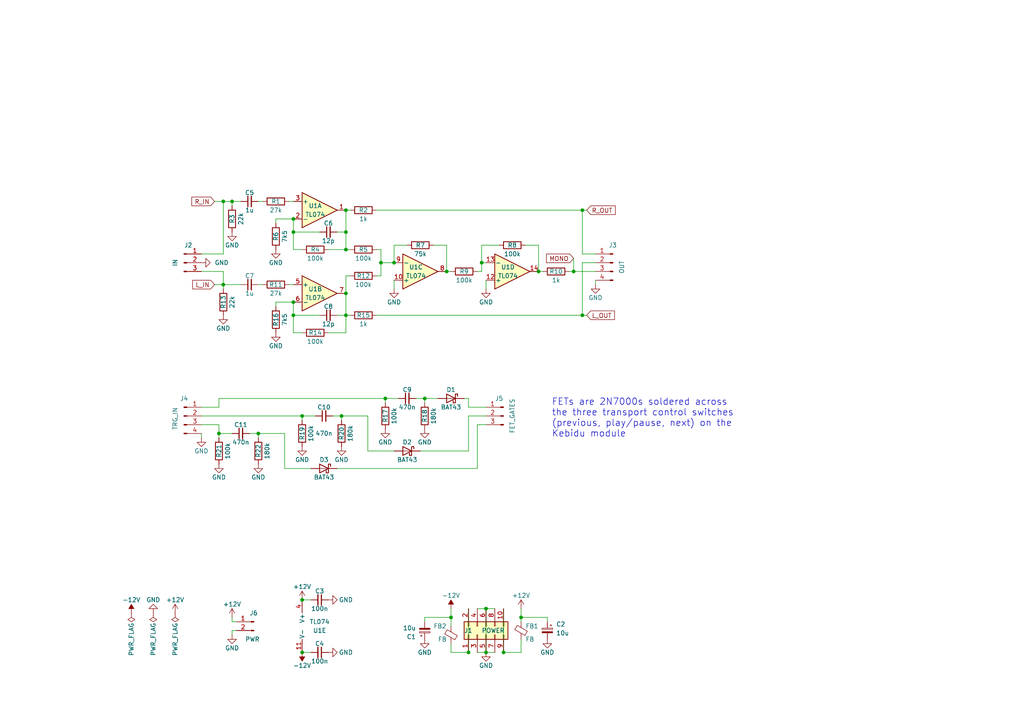
<source format=kicad_sch>
(kicad_sch (version 20230121) (generator eeschema)

  (uuid 6bed484e-d98f-4c36-9860-093af3a236ff)

  (paper "A4")

  (title_block
    (title "Audio Player")
    (comment 2 "Previous, Play/Pause & Next transport controls")
    (comment 3 "module with left, right & mono audio out at Eurorack levels, plus CV trigger control of")
    (comment 4 "Inspired by Tesseract Modular 'Low Coast' module using a cheap Kebidu 'Music Speakers'")
  )

  (lib_symbols
    (symbol "Amplifier_Operational:TL074" (pin_names (offset 0.127)) (in_bom yes) (on_board yes)
      (property "Reference" "U" (at 0 5.08 0)
        (effects (font (size 1.27 1.27)) (justify left))
      )
      (property "Value" "TL074" (at 0 -5.08 0)
        (effects (font (size 1.27 1.27)) (justify left))
      )
      (property "Footprint" "" (at -1.27 2.54 0)
        (effects (font (size 1.27 1.27)) hide)
      )
      (property "Datasheet" "http://www.ti.com/lit/ds/symlink/tl071.pdf" (at 1.27 5.08 0)
        (effects (font (size 1.27 1.27)) hide)
      )
      (property "ki_locked" "" (at 0 0 0)
        (effects (font (size 1.27 1.27)))
      )
      (property "ki_keywords" "quad opamp" (at 0 0 0)
        (effects (font (size 1.27 1.27)) hide)
      )
      (property "ki_description" "Quad Low-Noise JFET-Input Operational Amplifiers, DIP-14/SOIC-14" (at 0 0 0)
        (effects (font (size 1.27 1.27)) hide)
      )
      (property "ki_fp_filters" "SOIC*3.9x8.7mm*P1.27mm* DIP*W7.62mm* TSSOP*4.4x5mm*P0.65mm* SSOP*5.3x6.2mm*P0.65mm* MSOP*3x3mm*P0.5mm*" (at 0 0 0)
        (effects (font (size 1.27 1.27)) hide)
      )
      (symbol "TL074_1_1"
        (polyline
          (pts
            (xy -5.08 5.08)
            (xy 5.08 0)
            (xy -5.08 -5.08)
            (xy -5.08 5.08)
          )
          (stroke (width 0.254) (type default))
          (fill (type background))
        )
        (pin output line (at 7.62 0 180) (length 2.54)
          (name "~" (effects (font (size 1.27 1.27))))
          (number "1" (effects (font (size 1.27 1.27))))
        )
        (pin input line (at -7.62 -2.54 0) (length 2.54)
          (name "-" (effects (font (size 1.27 1.27))))
          (number "2" (effects (font (size 1.27 1.27))))
        )
        (pin input line (at -7.62 2.54 0) (length 2.54)
          (name "+" (effects (font (size 1.27 1.27))))
          (number "3" (effects (font (size 1.27 1.27))))
        )
      )
      (symbol "TL074_2_1"
        (polyline
          (pts
            (xy -5.08 5.08)
            (xy 5.08 0)
            (xy -5.08 -5.08)
            (xy -5.08 5.08)
          )
          (stroke (width 0.254) (type default))
          (fill (type background))
        )
        (pin input line (at -7.62 2.54 0) (length 2.54)
          (name "+" (effects (font (size 1.27 1.27))))
          (number "5" (effects (font (size 1.27 1.27))))
        )
        (pin input line (at -7.62 -2.54 0) (length 2.54)
          (name "-" (effects (font (size 1.27 1.27))))
          (number "6" (effects (font (size 1.27 1.27))))
        )
        (pin output line (at 7.62 0 180) (length 2.54)
          (name "~" (effects (font (size 1.27 1.27))))
          (number "7" (effects (font (size 1.27 1.27))))
        )
      )
      (symbol "TL074_3_1"
        (polyline
          (pts
            (xy -5.08 5.08)
            (xy 5.08 0)
            (xy -5.08 -5.08)
            (xy -5.08 5.08)
          )
          (stroke (width 0.254) (type default))
          (fill (type background))
        )
        (pin input line (at -7.62 2.54 0) (length 2.54)
          (name "+" (effects (font (size 1.27 1.27))))
          (number "10" (effects (font (size 1.27 1.27))))
        )
        (pin output line (at 7.62 0 180) (length 2.54)
          (name "~" (effects (font (size 1.27 1.27))))
          (number "8" (effects (font (size 1.27 1.27))))
        )
        (pin input line (at -7.62 -2.54 0) (length 2.54)
          (name "-" (effects (font (size 1.27 1.27))))
          (number "9" (effects (font (size 1.27 1.27))))
        )
      )
      (symbol "TL074_4_1"
        (polyline
          (pts
            (xy -5.08 5.08)
            (xy 5.08 0)
            (xy -5.08 -5.08)
            (xy -5.08 5.08)
          )
          (stroke (width 0.254) (type default))
          (fill (type background))
        )
        (pin input line (at -7.62 2.54 0) (length 2.54)
          (name "+" (effects (font (size 1.27 1.27))))
          (number "12" (effects (font (size 1.27 1.27))))
        )
        (pin input line (at -7.62 -2.54 0) (length 2.54)
          (name "-" (effects (font (size 1.27 1.27))))
          (number "13" (effects (font (size 1.27 1.27))))
        )
        (pin output line (at 7.62 0 180) (length 2.54)
          (name "~" (effects (font (size 1.27 1.27))))
          (number "14" (effects (font (size 1.27 1.27))))
        )
      )
      (symbol "TL074_5_1"
        (pin power_in line (at -2.54 -7.62 90) (length 3.81)
          (name "V-" (effects (font (size 1.27 1.27))))
          (number "11" (effects (font (size 1.27 1.27))))
        )
        (pin power_in line (at -2.54 7.62 270) (length 3.81)
          (name "V+" (effects (font (size 1.27 1.27))))
          (number "4" (effects (font (size 1.27 1.27))))
        )
      )
    )
    (symbol "Connector:Conn_01x02_Pin" (pin_names (offset 1.016) hide) (in_bom yes) (on_board yes)
      (property "Reference" "J" (at 0 2.54 0)
        (effects (font (size 1.27 1.27)))
      )
      (property "Value" "Conn_01x02_Pin" (at 0 -5.08 0)
        (effects (font (size 1.27 1.27)))
      )
      (property "Footprint" "" (at 0 0 0)
        (effects (font (size 1.27 1.27)) hide)
      )
      (property "Datasheet" "~" (at 0 0 0)
        (effects (font (size 1.27 1.27)) hide)
      )
      (property "ki_locked" "" (at 0 0 0)
        (effects (font (size 1.27 1.27)))
      )
      (property "ki_keywords" "connector" (at 0 0 0)
        (effects (font (size 1.27 1.27)) hide)
      )
      (property "ki_description" "Generic connector, single row, 01x02, script generated" (at 0 0 0)
        (effects (font (size 1.27 1.27)) hide)
      )
      (property "ki_fp_filters" "Connector*:*_1x??_*" (at 0 0 0)
        (effects (font (size 1.27 1.27)) hide)
      )
      (symbol "Conn_01x02_Pin_1_1"
        (polyline
          (pts
            (xy 1.27 -2.54)
            (xy 0.8636 -2.54)
          )
          (stroke (width 0.1524) (type default))
          (fill (type none))
        )
        (polyline
          (pts
            (xy 1.27 0)
            (xy 0.8636 0)
          )
          (stroke (width 0.1524) (type default))
          (fill (type none))
        )
        (rectangle (start 0.8636 -2.413) (end 0 -2.667)
          (stroke (width 0.1524) (type default))
          (fill (type outline))
        )
        (rectangle (start 0.8636 0.127) (end 0 -0.127)
          (stroke (width 0.1524) (type default))
          (fill (type outline))
        )
        (pin passive line (at 5.08 0 180) (length 3.81)
          (name "Pin_1" (effects (font (size 1.27 1.27))))
          (number "1" (effects (font (size 1.27 1.27))))
        )
        (pin passive line (at 5.08 -2.54 180) (length 3.81)
          (name "Pin_2" (effects (font (size 1.27 1.27))))
          (number "2" (effects (font (size 1.27 1.27))))
        )
      )
    )
    (symbol "Connector:Conn_01x03_Pin" (pin_names (offset 1.016) hide) (in_bom yes) (on_board yes)
      (property "Reference" "J" (at 0 5.08 0)
        (effects (font (size 1.27 1.27)))
      )
      (property "Value" "Conn_01x03_Pin" (at 0 -5.08 0)
        (effects (font (size 1.27 1.27)))
      )
      (property "Footprint" "" (at 0 0 0)
        (effects (font (size 1.27 1.27)) hide)
      )
      (property "Datasheet" "~" (at 0 0 0)
        (effects (font (size 1.27 1.27)) hide)
      )
      (property "ki_locked" "" (at 0 0 0)
        (effects (font (size 1.27 1.27)))
      )
      (property "ki_keywords" "connector" (at 0 0 0)
        (effects (font (size 1.27 1.27)) hide)
      )
      (property "ki_description" "Generic connector, single row, 01x03, script generated" (at 0 0 0)
        (effects (font (size 1.27 1.27)) hide)
      )
      (property "ki_fp_filters" "Connector*:*_1x??_*" (at 0 0 0)
        (effects (font (size 1.27 1.27)) hide)
      )
      (symbol "Conn_01x03_Pin_1_1"
        (polyline
          (pts
            (xy 1.27 -2.54)
            (xy 0.8636 -2.54)
          )
          (stroke (width 0.1524) (type default))
          (fill (type none))
        )
        (polyline
          (pts
            (xy 1.27 0)
            (xy 0.8636 0)
          )
          (stroke (width 0.1524) (type default))
          (fill (type none))
        )
        (polyline
          (pts
            (xy 1.27 2.54)
            (xy 0.8636 2.54)
          )
          (stroke (width 0.1524) (type default))
          (fill (type none))
        )
        (rectangle (start 0.8636 -2.413) (end 0 -2.667)
          (stroke (width 0.1524) (type default))
          (fill (type outline))
        )
        (rectangle (start 0.8636 0.127) (end 0 -0.127)
          (stroke (width 0.1524) (type default))
          (fill (type outline))
        )
        (rectangle (start 0.8636 2.667) (end 0 2.413)
          (stroke (width 0.1524) (type default))
          (fill (type outline))
        )
        (pin passive line (at 5.08 2.54 180) (length 3.81)
          (name "Pin_1" (effects (font (size 1.27 1.27))))
          (number "1" (effects (font (size 1.27 1.27))))
        )
        (pin passive line (at 5.08 0 180) (length 3.81)
          (name "Pin_2" (effects (font (size 1.27 1.27))))
          (number "2" (effects (font (size 1.27 1.27))))
        )
        (pin passive line (at 5.08 -2.54 180) (length 3.81)
          (name "Pin_3" (effects (font (size 1.27 1.27))))
          (number "3" (effects (font (size 1.27 1.27))))
        )
      )
    )
    (symbol "Connector:Conn_01x04_Pin" (pin_names (offset 1.016) hide) (in_bom yes) (on_board yes)
      (property "Reference" "J" (at 0 5.08 0)
        (effects (font (size 1.27 1.27)))
      )
      (property "Value" "Conn_01x04_Pin" (at 0 -7.62 0)
        (effects (font (size 1.27 1.27)))
      )
      (property "Footprint" "" (at 0 0 0)
        (effects (font (size 1.27 1.27)) hide)
      )
      (property "Datasheet" "~" (at 0 0 0)
        (effects (font (size 1.27 1.27)) hide)
      )
      (property "ki_locked" "" (at 0 0 0)
        (effects (font (size 1.27 1.27)))
      )
      (property "ki_keywords" "connector" (at 0 0 0)
        (effects (font (size 1.27 1.27)) hide)
      )
      (property "ki_description" "Generic connector, single row, 01x04, script generated" (at 0 0 0)
        (effects (font (size 1.27 1.27)) hide)
      )
      (property "ki_fp_filters" "Connector*:*_1x??_*" (at 0 0 0)
        (effects (font (size 1.27 1.27)) hide)
      )
      (symbol "Conn_01x04_Pin_1_1"
        (polyline
          (pts
            (xy 1.27 -5.08)
            (xy 0.8636 -5.08)
          )
          (stroke (width 0.1524) (type default))
          (fill (type none))
        )
        (polyline
          (pts
            (xy 1.27 -2.54)
            (xy 0.8636 -2.54)
          )
          (stroke (width 0.1524) (type default))
          (fill (type none))
        )
        (polyline
          (pts
            (xy 1.27 0)
            (xy 0.8636 0)
          )
          (stroke (width 0.1524) (type default))
          (fill (type none))
        )
        (polyline
          (pts
            (xy 1.27 2.54)
            (xy 0.8636 2.54)
          )
          (stroke (width 0.1524) (type default))
          (fill (type none))
        )
        (rectangle (start 0.8636 -4.953) (end 0 -5.207)
          (stroke (width 0.1524) (type default))
          (fill (type outline))
        )
        (rectangle (start 0.8636 -2.413) (end 0 -2.667)
          (stroke (width 0.1524) (type default))
          (fill (type outline))
        )
        (rectangle (start 0.8636 0.127) (end 0 -0.127)
          (stroke (width 0.1524) (type default))
          (fill (type outline))
        )
        (rectangle (start 0.8636 2.667) (end 0 2.413)
          (stroke (width 0.1524) (type default))
          (fill (type outline))
        )
        (pin passive line (at 5.08 2.54 180) (length 3.81)
          (name "Pin_1" (effects (font (size 1.27 1.27))))
          (number "1" (effects (font (size 1.27 1.27))))
        )
        (pin passive line (at 5.08 0 180) (length 3.81)
          (name "Pin_2" (effects (font (size 1.27 1.27))))
          (number "2" (effects (font (size 1.27 1.27))))
        )
        (pin passive line (at 5.08 -2.54 180) (length 3.81)
          (name "Pin_3" (effects (font (size 1.27 1.27))))
          (number "3" (effects (font (size 1.27 1.27))))
        )
        (pin passive line (at 5.08 -5.08 180) (length 3.81)
          (name "Pin_4" (effects (font (size 1.27 1.27))))
          (number "4" (effects (font (size 1.27 1.27))))
        )
      )
    )
    (symbol "Connector_Generic:Conn_02x05_Odd_Even" (pin_names (offset 1.016) hide) (in_bom yes) (on_board yes)
      (property "Reference" "J" (at 1.27 7.62 0)
        (effects (font (size 1.27 1.27)))
      )
      (property "Value" "Conn_02x05_Odd_Even" (at 1.27 -7.62 0)
        (effects (font (size 1.27 1.27)))
      )
      (property "Footprint" "" (at 0 0 0)
        (effects (font (size 1.27 1.27)) hide)
      )
      (property "Datasheet" "~" (at 0 0 0)
        (effects (font (size 1.27 1.27)) hide)
      )
      (property "ki_keywords" "connector" (at 0 0 0)
        (effects (font (size 1.27 1.27)) hide)
      )
      (property "ki_description" "Generic connector, double row, 02x05, odd/even pin numbering scheme (row 1 odd numbers, row 2 even numbers), script generated (kicad-library-utils/schlib/autogen/connector/)" (at 0 0 0)
        (effects (font (size 1.27 1.27)) hide)
      )
      (property "ki_fp_filters" "Connector*:*_2x??_*" (at 0 0 0)
        (effects (font (size 1.27 1.27)) hide)
      )
      (symbol "Conn_02x05_Odd_Even_1_1"
        (rectangle (start -1.27 -4.953) (end 0 -5.207)
          (stroke (width 0.1524) (type default))
          (fill (type none))
        )
        (rectangle (start -1.27 -2.413) (end 0 -2.667)
          (stroke (width 0.1524) (type default))
          (fill (type none))
        )
        (rectangle (start -1.27 0.127) (end 0 -0.127)
          (stroke (width 0.1524) (type default))
          (fill (type none))
        )
        (rectangle (start -1.27 2.667) (end 0 2.413)
          (stroke (width 0.1524) (type default))
          (fill (type none))
        )
        (rectangle (start -1.27 5.207) (end 0 4.953)
          (stroke (width 0.1524) (type default))
          (fill (type none))
        )
        (rectangle (start -1.27 6.35) (end 3.81 -6.35)
          (stroke (width 0.254) (type default))
          (fill (type background))
        )
        (rectangle (start 3.81 -4.953) (end 2.54 -5.207)
          (stroke (width 0.1524) (type default))
          (fill (type none))
        )
        (rectangle (start 3.81 -2.413) (end 2.54 -2.667)
          (stroke (width 0.1524) (type default))
          (fill (type none))
        )
        (rectangle (start 3.81 0.127) (end 2.54 -0.127)
          (stroke (width 0.1524) (type default))
          (fill (type none))
        )
        (rectangle (start 3.81 2.667) (end 2.54 2.413)
          (stroke (width 0.1524) (type default))
          (fill (type none))
        )
        (rectangle (start 3.81 5.207) (end 2.54 4.953)
          (stroke (width 0.1524) (type default))
          (fill (type none))
        )
        (pin passive line (at -5.08 5.08 0) (length 3.81)
          (name "Pin_1" (effects (font (size 1.27 1.27))))
          (number "1" (effects (font (size 1.27 1.27))))
        )
        (pin passive line (at 7.62 -5.08 180) (length 3.81)
          (name "Pin_10" (effects (font (size 1.27 1.27))))
          (number "10" (effects (font (size 1.27 1.27))))
        )
        (pin passive line (at 7.62 5.08 180) (length 3.81)
          (name "Pin_2" (effects (font (size 1.27 1.27))))
          (number "2" (effects (font (size 1.27 1.27))))
        )
        (pin passive line (at -5.08 2.54 0) (length 3.81)
          (name "Pin_3" (effects (font (size 1.27 1.27))))
          (number "3" (effects (font (size 1.27 1.27))))
        )
        (pin passive line (at 7.62 2.54 180) (length 3.81)
          (name "Pin_4" (effects (font (size 1.27 1.27))))
          (number "4" (effects (font (size 1.27 1.27))))
        )
        (pin passive line (at -5.08 0 0) (length 3.81)
          (name "Pin_5" (effects (font (size 1.27 1.27))))
          (number "5" (effects (font (size 1.27 1.27))))
        )
        (pin passive line (at 7.62 0 180) (length 3.81)
          (name "Pin_6" (effects (font (size 1.27 1.27))))
          (number "6" (effects (font (size 1.27 1.27))))
        )
        (pin passive line (at -5.08 -2.54 0) (length 3.81)
          (name "Pin_7" (effects (font (size 1.27 1.27))))
          (number "7" (effects (font (size 1.27 1.27))))
        )
        (pin passive line (at 7.62 -2.54 180) (length 3.81)
          (name "Pin_8" (effects (font (size 1.27 1.27))))
          (number "8" (effects (font (size 1.27 1.27))))
        )
        (pin passive line (at -5.08 -5.08 0) (length 3.81)
          (name "Pin_9" (effects (font (size 1.27 1.27))))
          (number "9" (effects (font (size 1.27 1.27))))
        )
      )
    )
    (symbol "Device:C_Polarized_Small" (pin_numbers hide) (pin_names (offset 0.254) hide) (in_bom yes) (on_board yes)
      (property "Reference" "C" (at 0.254 1.778 0)
        (effects (font (size 1.27 1.27)) (justify left))
      )
      (property "Value" "C_Polarized_Small" (at 0.254 -2.032 0)
        (effects (font (size 1.27 1.27)) (justify left))
      )
      (property "Footprint" "" (at 0 0 0)
        (effects (font (size 1.27 1.27)) hide)
      )
      (property "Datasheet" "~" (at 0 0 0)
        (effects (font (size 1.27 1.27)) hide)
      )
      (property "ki_keywords" "cap capacitor" (at 0 0 0)
        (effects (font (size 1.27 1.27)) hide)
      )
      (property "ki_description" "Polarized capacitor, small symbol" (at 0 0 0)
        (effects (font (size 1.27 1.27)) hide)
      )
      (property "ki_fp_filters" "CP_*" (at 0 0 0)
        (effects (font (size 1.27 1.27)) hide)
      )
      (symbol "C_Polarized_Small_0_1"
        (rectangle (start -1.524 -0.3048) (end 1.524 -0.6858)
          (stroke (width 0) (type default))
          (fill (type outline))
        )
        (rectangle (start -1.524 0.6858) (end 1.524 0.3048)
          (stroke (width 0) (type default))
          (fill (type none))
        )
        (polyline
          (pts
            (xy -1.27 1.524)
            (xy -0.762 1.524)
          )
          (stroke (width 0) (type default))
          (fill (type none))
        )
        (polyline
          (pts
            (xy -1.016 1.27)
            (xy -1.016 1.778)
          )
          (stroke (width 0) (type default))
          (fill (type none))
        )
      )
      (symbol "C_Polarized_Small_1_1"
        (pin passive line (at 0 2.54 270) (length 1.8542)
          (name "~" (effects (font (size 1.27 1.27))))
          (number "1" (effects (font (size 1.27 1.27))))
        )
        (pin passive line (at 0 -2.54 90) (length 1.8542)
          (name "~" (effects (font (size 1.27 1.27))))
          (number "2" (effects (font (size 1.27 1.27))))
        )
      )
    )
    (symbol "Device:C_Small" (pin_numbers hide) (pin_names (offset 0.254) hide) (in_bom yes) (on_board yes)
      (property "Reference" "C" (at 0.254 1.778 0)
        (effects (font (size 1.27 1.27)) (justify left))
      )
      (property "Value" "C_Small" (at 0.254 -2.032 0)
        (effects (font (size 1.27 1.27)) (justify left))
      )
      (property "Footprint" "" (at 0 0 0)
        (effects (font (size 1.27 1.27)) hide)
      )
      (property "Datasheet" "~" (at 0 0 0)
        (effects (font (size 1.27 1.27)) hide)
      )
      (property "ki_keywords" "capacitor cap" (at 0 0 0)
        (effects (font (size 1.27 1.27)) hide)
      )
      (property "ki_description" "Unpolarized capacitor, small symbol" (at 0 0 0)
        (effects (font (size 1.27 1.27)) hide)
      )
      (property "ki_fp_filters" "C_*" (at 0 0 0)
        (effects (font (size 1.27 1.27)) hide)
      )
      (symbol "C_Small_0_1"
        (polyline
          (pts
            (xy -1.524 -0.508)
            (xy 1.524 -0.508)
          )
          (stroke (width 0.3302) (type default))
          (fill (type none))
        )
        (polyline
          (pts
            (xy -1.524 0.508)
            (xy 1.524 0.508)
          )
          (stroke (width 0.3048) (type default))
          (fill (type none))
        )
      )
      (symbol "C_Small_1_1"
        (pin passive line (at 0 2.54 270) (length 2.032)
          (name "~" (effects (font (size 1.27 1.27))))
          (number "1" (effects (font (size 1.27 1.27))))
        )
        (pin passive line (at 0 -2.54 90) (length 2.032)
          (name "~" (effects (font (size 1.27 1.27))))
          (number "2" (effects (font (size 1.27 1.27))))
        )
      )
    )
    (symbol "Device:FerriteBead_Small" (pin_numbers hide) (pin_names (offset 0)) (in_bom yes) (on_board yes)
      (property "Reference" "FB" (at 1.905 1.27 0)
        (effects (font (size 1.27 1.27)) (justify left))
      )
      (property "Value" "FerriteBead_Small" (at 1.905 -1.27 0)
        (effects (font (size 1.27 1.27)) (justify left))
      )
      (property "Footprint" "" (at -1.778 0 90)
        (effects (font (size 1.27 1.27)) hide)
      )
      (property "Datasheet" "~" (at 0 0 0)
        (effects (font (size 1.27 1.27)) hide)
      )
      (property "ki_keywords" "L ferrite bead inductor filter" (at 0 0 0)
        (effects (font (size 1.27 1.27)) hide)
      )
      (property "ki_description" "Ferrite bead, small symbol" (at 0 0 0)
        (effects (font (size 1.27 1.27)) hide)
      )
      (property "ki_fp_filters" "Inductor_* L_* *Ferrite*" (at 0 0 0)
        (effects (font (size 1.27 1.27)) hide)
      )
      (symbol "FerriteBead_Small_0_1"
        (polyline
          (pts
            (xy 0 -1.27)
            (xy 0 -0.7874)
          )
          (stroke (width 0) (type default))
          (fill (type none))
        )
        (polyline
          (pts
            (xy 0 0.889)
            (xy 0 1.2954)
          )
          (stroke (width 0) (type default))
          (fill (type none))
        )
        (polyline
          (pts
            (xy -1.8288 0.2794)
            (xy -1.1176 1.4986)
            (xy 1.8288 -0.2032)
            (xy 1.1176 -1.4224)
            (xy -1.8288 0.2794)
          )
          (stroke (width 0) (type default))
          (fill (type none))
        )
      )
      (symbol "FerriteBead_Small_1_1"
        (pin passive line (at 0 2.54 270) (length 1.27)
          (name "~" (effects (font (size 1.27 1.27))))
          (number "1" (effects (font (size 1.27 1.27))))
        )
        (pin passive line (at 0 -2.54 90) (length 1.27)
          (name "~" (effects (font (size 1.27 1.27))))
          (number "2" (effects (font (size 1.27 1.27))))
        )
      )
    )
    (symbol "Device:R" (pin_numbers hide) (pin_names (offset 0)) (in_bom yes) (on_board yes)
      (property "Reference" "R" (at 2.032 0 90)
        (effects (font (size 1.27 1.27)))
      )
      (property "Value" "R" (at 0 0 90)
        (effects (font (size 1.27 1.27)))
      )
      (property "Footprint" "" (at -1.778 0 90)
        (effects (font (size 1.27 1.27)) hide)
      )
      (property "Datasheet" "~" (at 0 0 0)
        (effects (font (size 1.27 1.27)) hide)
      )
      (property "ki_keywords" "R res resistor" (at 0 0 0)
        (effects (font (size 1.27 1.27)) hide)
      )
      (property "ki_description" "Resistor" (at 0 0 0)
        (effects (font (size 1.27 1.27)) hide)
      )
      (property "ki_fp_filters" "R_*" (at 0 0 0)
        (effects (font (size 1.27 1.27)) hide)
      )
      (symbol "R_0_1"
        (rectangle (start -1.016 -2.54) (end 1.016 2.54)
          (stroke (width 0.254) (type default))
          (fill (type none))
        )
      )
      (symbol "R_1_1"
        (pin passive line (at 0 3.81 270) (length 1.27)
          (name "~" (effects (font (size 1.27 1.27))))
          (number "1" (effects (font (size 1.27 1.27))))
        )
        (pin passive line (at 0 -3.81 90) (length 1.27)
          (name "~" (effects (font (size 1.27 1.27))))
          (number "2" (effects (font (size 1.27 1.27))))
        )
      )
    )
    (symbol "Diode:BAT43" (pin_numbers hide) (pin_names (offset 1.016) hide) (in_bom yes) (on_board yes)
      (property "Reference" "D" (at 0 2.54 0)
        (effects (font (size 1.27 1.27)))
      )
      (property "Value" "BAT43" (at 0 -2.54 0)
        (effects (font (size 1.27 1.27)))
      )
      (property "Footprint" "Diode_THT:D_DO-35_SOD27_P7.62mm_Horizontal" (at 0 -4.445 0)
        (effects (font (size 1.27 1.27)) hide)
      )
      (property "Datasheet" "http://www.vishay.com/docs/85660/bat42.pdf" (at 0 0 0)
        (effects (font (size 1.27 1.27)) hide)
      )
      (property "ki_keywords" "diode Schottky" (at 0 0 0)
        (effects (font (size 1.27 1.27)) hide)
      )
      (property "ki_description" "30V 0.2A Small Signal Schottky Diode, DO-35" (at 0 0 0)
        (effects (font (size 1.27 1.27)) hide)
      )
      (property "ki_fp_filters" "D*DO?35*" (at 0 0 0)
        (effects (font (size 1.27 1.27)) hide)
      )
      (symbol "BAT43_0_1"
        (polyline
          (pts
            (xy 1.27 0)
            (xy -1.27 0)
          )
          (stroke (width 0) (type default))
          (fill (type none))
        )
        (polyline
          (pts
            (xy 1.27 1.27)
            (xy 1.27 -1.27)
            (xy -1.27 0)
            (xy 1.27 1.27)
          )
          (stroke (width 0.254) (type default))
          (fill (type none))
        )
        (polyline
          (pts
            (xy -1.905 0.635)
            (xy -1.905 1.27)
            (xy -1.27 1.27)
            (xy -1.27 -1.27)
            (xy -0.635 -1.27)
            (xy -0.635 -0.635)
          )
          (stroke (width 0.254) (type default))
          (fill (type none))
        )
      )
      (symbol "BAT43_1_1"
        (pin passive line (at -3.81 0 0) (length 2.54)
          (name "K" (effects (font (size 1.27 1.27))))
          (number "1" (effects (font (size 1.27 1.27))))
        )
        (pin passive line (at 3.81 0 180) (length 2.54)
          (name "A" (effects (font (size 1.27 1.27))))
          (number "2" (effects (font (size 1.27 1.27))))
        )
      )
    )
    (symbol "power:+12V" (power) (pin_names (offset 0)) (in_bom yes) (on_board yes)
      (property "Reference" "#PWR" (at 0 -3.81 0)
        (effects (font (size 1.27 1.27)) hide)
      )
      (property "Value" "+12V" (at 0 3.556 0)
        (effects (font (size 1.27 1.27)))
      )
      (property "Footprint" "" (at 0 0 0)
        (effects (font (size 1.27 1.27)) hide)
      )
      (property "Datasheet" "" (at 0 0 0)
        (effects (font (size 1.27 1.27)) hide)
      )
      (property "ki_keywords" "global power" (at 0 0 0)
        (effects (font (size 1.27 1.27)) hide)
      )
      (property "ki_description" "Power symbol creates a global label with name \"+12V\"" (at 0 0 0)
        (effects (font (size 1.27 1.27)) hide)
      )
      (symbol "+12V_0_1"
        (polyline
          (pts
            (xy -0.762 1.27)
            (xy 0 2.54)
          )
          (stroke (width 0) (type default))
          (fill (type none))
        )
        (polyline
          (pts
            (xy 0 0)
            (xy 0 2.54)
          )
          (stroke (width 0) (type default))
          (fill (type none))
        )
        (polyline
          (pts
            (xy 0 2.54)
            (xy 0.762 1.27)
          )
          (stroke (width 0) (type default))
          (fill (type none))
        )
      )
      (symbol "+12V_1_1"
        (pin power_in line (at 0 0 90) (length 0) hide
          (name "+12V" (effects (font (size 1.27 1.27))))
          (number "1" (effects (font (size 1.27 1.27))))
        )
      )
    )
    (symbol "power:-12V" (power) (pin_names (offset 0)) (in_bom yes) (on_board yes)
      (property "Reference" "#PWR" (at 0 2.54 0)
        (effects (font (size 1.27 1.27)) hide)
      )
      (property "Value" "-12V" (at 0 3.81 0)
        (effects (font (size 1.27 1.27)))
      )
      (property "Footprint" "" (at 0 0 0)
        (effects (font (size 1.27 1.27)) hide)
      )
      (property "Datasheet" "" (at 0 0 0)
        (effects (font (size 1.27 1.27)) hide)
      )
      (property "ki_keywords" "global power" (at 0 0 0)
        (effects (font (size 1.27 1.27)) hide)
      )
      (property "ki_description" "Power symbol creates a global label with name \"-12V\"" (at 0 0 0)
        (effects (font (size 1.27 1.27)) hide)
      )
      (symbol "-12V_0_0"
        (pin power_in line (at 0 0 90) (length 0) hide
          (name "-12V" (effects (font (size 1.27 1.27))))
          (number "1" (effects (font (size 1.27 1.27))))
        )
      )
      (symbol "-12V_0_1"
        (polyline
          (pts
            (xy 0 0)
            (xy 0 1.27)
            (xy 0.762 1.27)
            (xy 0 2.54)
            (xy -0.762 1.27)
            (xy 0 1.27)
          )
          (stroke (width 0) (type default))
          (fill (type outline))
        )
      )
    )
    (symbol "power:GND" (power) (pin_names (offset 0)) (in_bom yes) (on_board yes)
      (property "Reference" "#PWR" (at 0 -6.35 0)
        (effects (font (size 1.27 1.27)) hide)
      )
      (property "Value" "GND" (at 0 -3.81 0)
        (effects (font (size 1.27 1.27)))
      )
      (property "Footprint" "" (at 0 0 0)
        (effects (font (size 1.27 1.27)) hide)
      )
      (property "Datasheet" "" (at 0 0 0)
        (effects (font (size 1.27 1.27)) hide)
      )
      (property "ki_keywords" "global power" (at 0 0 0)
        (effects (font (size 1.27 1.27)) hide)
      )
      (property "ki_description" "Power symbol creates a global label with name \"GND\" , ground" (at 0 0 0)
        (effects (font (size 1.27 1.27)) hide)
      )
      (symbol "GND_0_1"
        (polyline
          (pts
            (xy 0 0)
            (xy 0 -1.27)
            (xy 1.27 -1.27)
            (xy 0 -2.54)
            (xy -1.27 -1.27)
            (xy 0 -1.27)
          )
          (stroke (width 0) (type default))
          (fill (type none))
        )
      )
      (symbol "GND_1_1"
        (pin power_in line (at 0 0 270) (length 0) hide
          (name "GND" (effects (font (size 1.27 1.27))))
          (number "1" (effects (font (size 1.27 1.27))))
        )
      )
    )
    (symbol "power:PWR_FLAG" (power) (pin_numbers hide) (pin_names (offset 0) hide) (in_bom yes) (on_board yes)
      (property "Reference" "#FLG" (at 0 1.905 0)
        (effects (font (size 1.27 1.27)) hide)
      )
      (property "Value" "PWR_FLAG" (at 0 3.81 0)
        (effects (font (size 1.27 1.27)))
      )
      (property "Footprint" "" (at 0 0 0)
        (effects (font (size 1.27 1.27)) hide)
      )
      (property "Datasheet" "~" (at 0 0 0)
        (effects (font (size 1.27 1.27)) hide)
      )
      (property "ki_keywords" "flag power" (at 0 0 0)
        (effects (font (size 1.27 1.27)) hide)
      )
      (property "ki_description" "Special symbol for telling ERC where power comes from" (at 0 0 0)
        (effects (font (size 1.27 1.27)) hide)
      )
      (symbol "PWR_FLAG_0_0"
        (pin power_out line (at 0 0 90) (length 0)
          (name "pwr" (effects (font (size 1.27 1.27))))
          (number "1" (effects (font (size 1.27 1.27))))
        )
      )
      (symbol "PWR_FLAG_0_1"
        (polyline
          (pts
            (xy 0 0)
            (xy 0 1.27)
            (xy -1.016 1.905)
            (xy 0 2.54)
            (xy 1.016 1.905)
            (xy 0 1.27)
          )
          (stroke (width 0) (type default))
          (fill (type none))
        )
      )
    )
  )

  (junction (at 156.21 78.74) (diameter 0) (color 0 0 0 0)
    (uuid 03e0c225-eafa-40ab-bf60-127707773a4f)
  )
  (junction (at 64.77 58.42) (diameter 0) (color 0 0 0 0)
    (uuid 10bf5c30-6aea-4792-b6a3-7668437a77b9)
  )
  (junction (at 114.3 76.2) (diameter 0) (color 0 0 0 0)
    (uuid 18b1f769-a98e-44f2-91d2-8e6925753569)
  )
  (junction (at 166.37 78.74) (diameter 0) (color 0 0 0 0)
    (uuid 252f6295-303d-45fa-bfd7-6112cd878c96)
  )
  (junction (at 129.54 78.74) (diameter 0) (color 0 0 0 0)
    (uuid 32942144-7d95-4c13-8253-20808d281599)
  )
  (junction (at 74.93 125.73) (diameter 0) (color 0 0 0 0)
    (uuid 3bfe44c2-4897-4d88-b9b9-802cb06187c9)
  )
  (junction (at 100.33 67.31) (diameter 0) (color 0 0 0 0)
    (uuid 3e95f1f4-298f-44bb-8ff5-3a8279145f18)
  )
  (junction (at 168.91 91.44) (diameter 0) (color 0 0 0 0)
    (uuid 5fbf29ca-7f02-4d40-92ff-746698a913f0)
  )
  (junction (at 151.13 179.07) (diameter 0) (color 0 0 0 0)
    (uuid 68402441-97a7-4e66-938f-6a6f171dfa6c)
  )
  (junction (at 135.89 189.23) (diameter 0) (color 0 0 0 0)
    (uuid 6aae171f-4395-4191-9b28-ca2e4857efe6)
  )
  (junction (at 87.63 189.23) (diameter 0) (color 0 0 0 0)
    (uuid 74ac9c13-4bd4-403d-b3b6-37b37ce53131)
  )
  (junction (at 100.33 72.39) (diameter 0) (color 0 0 0 0)
    (uuid 74ed2481-a67f-4b3a-83ae-56d62d7acf51)
  )
  (junction (at 85.09 63.5) (diameter 0) (color 0 0 0 0)
    (uuid 7addf196-aca9-4b5a-9ed5-72ad74d1860f)
  )
  (junction (at 85.09 91.44) (diameter 0) (color 0 0 0 0)
    (uuid 7ca27bf3-c763-4137-b316-14eb7017477f)
  )
  (junction (at 123.19 115.57) (diameter 0) (color 0 0 0 0)
    (uuid 89aa751e-8f7b-4805-a527-35a0fd44d1c5)
  )
  (junction (at 140.97 176.53) (diameter 0) (color 0 0 0 0)
    (uuid 93555d8a-66c1-4167-9f3a-718e43c7da5f)
  )
  (junction (at 146.05 189.23) (diameter 0) (color 0 0 0 0)
    (uuid 9c347d86-71e2-46bb-b2c0-e219273267a5)
  )
  (junction (at 99.06 120.65) (diameter 0) (color 0 0 0 0)
    (uuid a946c736-7db1-41b1-96fa-55fd66d193ed)
  )
  (junction (at 139.7 76.2) (diameter 0) (color 0 0 0 0)
    (uuid abc036a7-f194-482f-a9eb-b8910a4cb5cf)
  )
  (junction (at 100.33 85.09) (diameter 0) (color 0 0 0 0)
    (uuid bbbcdc04-884d-4447-b1ec-1a9884009fc1)
  )
  (junction (at 67.31 58.42) (diameter 0) (color 0 0 0 0)
    (uuid bc3117a7-2d38-46d8-9fdd-96dfcdc06fed)
  )
  (junction (at 140.97 189.23) (diameter 0) (color 0 0 0 0)
    (uuid bdd388a3-0900-40bd-9119-67b7f3651fcb)
  )
  (junction (at 111.76 115.57) (diameter 0) (color 0 0 0 0)
    (uuid c50d1e0c-83cb-4ba7-a60d-b5fd3871e3d9)
  )
  (junction (at 63.5 125.73) (diameter 0) (color 0 0 0 0)
    (uuid c9f18ec9-5724-47f4-a9e7-ce714d0875ec)
  )
  (junction (at 130.81 179.07) (diameter 0) (color 0 0 0 0)
    (uuid cafe347f-ff5f-4a60-b78a-99a000473ce3)
  )
  (junction (at 110.49 76.2) (diameter 0) (color 0 0 0 0)
    (uuid cdbc572d-8d34-4030-8f7e-86ee8801f9c1)
  )
  (junction (at 64.77 82.55) (diameter 0) (color 0 0 0 0)
    (uuid d6e98fa2-4df5-400d-bb6a-333325b23914)
  )
  (junction (at 168.91 60.96) (diameter 0) (color 0 0 0 0)
    (uuid e126f88f-8e23-4e9a-8b20-cb85c17446b1)
  )
  (junction (at 85.09 67.31) (diameter 0) (color 0 0 0 0)
    (uuid e32e967b-897d-45c5-a2ae-b8a208b5c9fc)
  )
  (junction (at 87.63 173.99) (diameter 0) (color 0 0 0 0)
    (uuid e5af0213-2f17-4850-96c2-a37710d6acf4)
  )
  (junction (at 85.09 87.63) (diameter 0) (color 0 0 0 0)
    (uuid e968d298-d740-4cce-bd60-e01a71031d89)
  )
  (junction (at 100.33 60.96) (diameter 0) (color 0 0 0 0)
    (uuid ee325ded-204c-4e02-9c8e-843bf08208b2)
  )
  (junction (at 87.63 120.65) (diameter 0) (color 0 0 0 0)
    (uuid f1e2d37b-ce65-4e46-a86d-e6b2eaba58c0)
  )
  (junction (at 100.33 91.44) (diameter 0) (color 0 0 0 0)
    (uuid f696f766-ba12-4cbb-8180-9c251d56af56)
  )

  (wire (pts (xy 146.05 176.53) (xy 146.05 189.23))
    (stroke (width 0) (type default))
    (uuid 0063e9cc-c6c5-44a1-8910-99778327bbef)
  )
  (wire (pts (xy 67.31 180.34) (xy 68.58 180.34))
    (stroke (width 0) (type default))
    (uuid 02b46eea-559a-4e22-9c51-e7ae2fd5a8cb)
  )
  (wire (pts (xy 85.09 87.63) (xy 85.09 91.44))
    (stroke (width 0) (type default))
    (uuid 03d16683-9e2c-4b13-91fb-4bab273f8674)
  )
  (wire (pts (xy 67.31 58.42) (xy 69.85 58.42))
    (stroke (width 0) (type default))
    (uuid 077e9306-fda8-4891-a48c-5f53a504ee65)
  )
  (wire (pts (xy 135.89 120.65) (xy 135.89 130.81))
    (stroke (width 0) (type default))
    (uuid 0b45969c-a208-4c01-909b-f289a5638ecf)
  )
  (wire (pts (xy 139.7 71.12) (xy 139.7 76.2))
    (stroke (width 0) (type default))
    (uuid 0bb82984-61e2-42cc-988d-b332531fab9b)
  )
  (wire (pts (xy 114.3 83.82) (xy 114.3 81.28))
    (stroke (width 0) (type default))
    (uuid 0c30d2e9-cc56-4a4e-9e05-50fadd3b76f5)
  )
  (wire (pts (xy 151.13 179.07) (xy 158.75 179.07))
    (stroke (width 0) (type default))
    (uuid 0d23da3d-f862-40eb-a6cd-3014bf52a5b5)
  )
  (wire (pts (xy 63.5 125.73) (xy 63.5 123.19))
    (stroke (width 0) (type default))
    (uuid 0da96198-12f8-4b96-8543-76a1f5f516bc)
  )
  (wire (pts (xy 58.42 127) (xy 58.42 125.73))
    (stroke (width 0) (type default))
    (uuid 1042f403-f00f-43cc-a3de-10d979ca713b)
  )
  (wire (pts (xy 85.09 72.39) (xy 85.09 67.31))
    (stroke (width 0) (type default))
    (uuid 12090f4e-376c-4782-bb41-d7214b72fe14)
  )
  (wire (pts (xy 64.77 58.42) (xy 64.77 73.66))
    (stroke (width 0) (type default))
    (uuid 12c2457f-3603-40ab-8033-8c3c5c956c91)
  )
  (wire (pts (xy 83.82 58.42) (xy 85.09 58.42))
    (stroke (width 0) (type default))
    (uuid 12da61e3-517f-4a75-96bf-d1b4cc7e0c6d)
  )
  (wire (pts (xy 100.33 72.39) (xy 101.6 72.39))
    (stroke (width 0) (type default))
    (uuid 141e14bb-8083-4536-af43-69e3451b65eb)
  )
  (wire (pts (xy 100.33 60.96) (xy 101.6 60.96))
    (stroke (width 0) (type default))
    (uuid 17ef31ba-75c4-4fcf-b2fb-00dfd6939045)
  )
  (wire (pts (xy 87.63 120.65) (xy 87.63 121.92))
    (stroke (width 0) (type default))
    (uuid 1b61e342-601f-4c3c-b612-5833850ba05e)
  )
  (wire (pts (xy 151.13 180.34) (xy 151.13 179.07))
    (stroke (width 0) (type default))
    (uuid 1cc00ebe-b1da-41d2-bf76-7ecfcfa408ac)
  )
  (wire (pts (xy 123.19 115.57) (xy 123.19 116.84))
    (stroke (width 0) (type default))
    (uuid 1ce727f7-454a-444d-8bf0-5726fa2a4257)
  )
  (wire (pts (xy 63.5 115.57) (xy 63.5 118.11))
    (stroke (width 0) (type default))
    (uuid 1ef2fe0c-8af5-4a2b-93e0-d96640a0e491)
  )
  (wire (pts (xy 67.31 179.07) (xy 67.31 180.34))
    (stroke (width 0) (type default))
    (uuid 1fd6bf7c-629d-4a41-9246-78fb355585bd)
  )
  (wire (pts (xy 123.19 115.57) (xy 127 115.57))
    (stroke (width 0) (type default))
    (uuid 21487b19-1069-40cd-96c6-329b04811894)
  )
  (wire (pts (xy 62.23 82.55) (xy 64.77 82.55))
    (stroke (width 0) (type default))
    (uuid 2320cea2-e3e8-4b80-bbae-3d1564d33bca)
  )
  (wire (pts (xy 130.81 186.69) (xy 130.81 189.23))
    (stroke (width 0) (type default))
    (uuid 23e829a9-6c89-4ef1-b818-8871221c162c)
  )
  (wire (pts (xy 111.76 115.57) (xy 115.57 115.57))
    (stroke (width 0) (type default))
    (uuid 24dc2aa7-d8d0-4cf8-928e-3ac5aa756536)
  )
  (wire (pts (xy 64.77 78.74) (xy 64.77 82.55))
    (stroke (width 0) (type default))
    (uuid 280766ed-6e34-43cc-85c9-7c0fc1d83861)
  )
  (wire (pts (xy 58.42 78.74) (xy 64.77 78.74))
    (stroke (width 0) (type default))
    (uuid 29598993-469b-40e1-851c-ce853da53f13)
  )
  (wire (pts (xy 87.63 72.39) (xy 85.09 72.39))
    (stroke (width 0) (type default))
    (uuid 2a75f8a7-eeb9-499f-beb1-f5be4bb5cf2e)
  )
  (wire (pts (xy 85.09 96.52) (xy 85.09 91.44))
    (stroke (width 0) (type default))
    (uuid 2c09dd8a-255b-41b1-bfe6-88fd3ec1aa18)
  )
  (wire (pts (xy 100.33 60.96) (xy 100.33 67.31))
    (stroke (width 0) (type default))
    (uuid 2c2a8a7b-e0a4-4574-b977-38a75601dee4)
  )
  (wire (pts (xy 67.31 182.88) (xy 68.58 182.88))
    (stroke (width 0) (type default))
    (uuid 2da40979-9eaa-4397-91f2-405bf1d966f9)
  )
  (wire (pts (xy 139.7 78.74) (xy 139.7 76.2))
    (stroke (width 0) (type default))
    (uuid 2df5cbf4-8344-49b6-8d46-ac00db4135d1)
  )
  (wire (pts (xy 118.11 71.12) (xy 114.3 71.12))
    (stroke (width 0) (type default))
    (uuid 32df6485-d3dc-4ba5-9e1c-289ebb60a7eb)
  )
  (wire (pts (xy 106.68 130.81) (xy 106.68 120.65))
    (stroke (width 0) (type default))
    (uuid 33be7613-72e1-44df-95c1-15174d64369f)
  )
  (wire (pts (xy 87.63 120.65) (xy 91.44 120.65))
    (stroke (width 0) (type default))
    (uuid 34944a4e-9720-44ae-8123-ff68863aef14)
  )
  (wire (pts (xy 87.63 173.99) (xy 90.17 173.99))
    (stroke (width 0) (type default))
    (uuid 349b2d33-e29d-4864-ace3-22f6094db637)
  )
  (wire (pts (xy 63.5 123.19) (xy 58.42 123.19))
    (stroke (width 0) (type default))
    (uuid 36d44a7d-9a45-4ee2-98b9-e0f705693d5e)
  )
  (wire (pts (xy 58.42 120.65) (xy 87.63 120.65))
    (stroke (width 0) (type default))
    (uuid 36f1860f-cdcf-44f9-b9c4-7b10be993330)
  )
  (wire (pts (xy 95.25 96.52) (xy 100.33 96.52))
    (stroke (width 0) (type default))
    (uuid 37ad5189-f8eb-458f-8b84-2975b4fa0119)
  )
  (wire (pts (xy 111.76 116.84) (xy 111.76 115.57))
    (stroke (width 0) (type default))
    (uuid 3b85671e-a14a-42ae-84d2-f1bf9b333b8f)
  )
  (wire (pts (xy 152.4 71.12) (xy 156.21 71.12))
    (stroke (width 0) (type default))
    (uuid 3c43aacf-d29d-477c-b905-122e51776f94)
  )
  (wire (pts (xy 140.97 120.65) (xy 135.89 120.65))
    (stroke (width 0) (type default))
    (uuid 3c6608d0-00c2-4049-a5b0-180fcdbf0127)
  )
  (wire (pts (xy 168.91 60.96) (xy 170.18 60.96))
    (stroke (width 0) (type default))
    (uuid 3f00e168-0c0c-4efb-922b-98b44bc3c8bd)
  )
  (wire (pts (xy 134.62 115.57) (xy 135.89 115.57))
    (stroke (width 0) (type default))
    (uuid 40ca0141-ef53-4835-9299-4b4b4b5115d4)
  )
  (wire (pts (xy 168.91 91.44) (xy 170.18 91.44))
    (stroke (width 0) (type default))
    (uuid 4214633a-f0c5-4b12-a0ab-6d4b0882871e)
  )
  (wire (pts (xy 138.43 176.53) (xy 140.97 176.53))
    (stroke (width 0) (type default))
    (uuid 48a4f8df-989c-4006-b01b-791c4ec833c8)
  )
  (wire (pts (xy 72.39 125.73) (xy 74.93 125.73))
    (stroke (width 0) (type default))
    (uuid 48ac0928-77e8-4df8-82dd-5f3ec52a902f)
  )
  (wire (pts (xy 64.77 58.42) (xy 67.31 58.42))
    (stroke (width 0) (type default))
    (uuid 48eed6de-1514-4893-a7be-243e2ba9c78f)
  )
  (wire (pts (xy 85.09 91.44) (xy 92.71 91.44))
    (stroke (width 0) (type default))
    (uuid 4cb30468-26cd-461b-8eac-43a991be1c69)
  )
  (wire (pts (xy 123.19 179.07) (xy 130.81 179.07))
    (stroke (width 0) (type default))
    (uuid 4de9a1b3-1978-42de-904b-46afeb4f6999)
  )
  (wire (pts (xy 158.75 179.07) (xy 158.75 180.34))
    (stroke (width 0) (type default))
    (uuid 4fc87940-2d51-4932-af2c-0503e76ea6af)
  )
  (wire (pts (xy 64.77 82.55) (xy 69.85 82.55))
    (stroke (width 0) (type default))
    (uuid 5178f710-ca44-49ef-af87-2f99d2398ddd)
  )
  (wire (pts (xy 100.33 72.39) (xy 100.33 67.31))
    (stroke (width 0) (type default))
    (uuid 54035b41-6d36-4a14-9a01-2d3ed0de468c)
  )
  (wire (pts (xy 114.3 71.12) (xy 114.3 76.2))
    (stroke (width 0) (type default))
    (uuid 577b4f44-d95a-4b47-8ac5-ffa3d968dcb1)
  )
  (wire (pts (xy 120.65 115.57) (xy 123.19 115.57))
    (stroke (width 0) (type default))
    (uuid 5a98b6a8-b2a0-4553-a00a-86636688a8e4)
  )
  (wire (pts (xy 80.01 88.9) (xy 80.01 87.63))
    (stroke (width 0) (type default))
    (uuid 5cb31f68-7646-4029-9b26-8c8b7d399ef4)
  )
  (wire (pts (xy 80.01 63.5) (xy 85.09 63.5))
    (stroke (width 0) (type default))
    (uuid 5de3de10-fb56-436c-bac0-f1ffff6aac96)
  )
  (wire (pts (xy 172.72 82.55) (xy 172.72 81.28))
    (stroke (width 0) (type default))
    (uuid 5fa6f776-000e-40a0-8e34-58e6399a1c86)
  )
  (wire (pts (xy 144.78 71.12) (xy 139.7 71.12))
    (stroke (width 0) (type default))
    (uuid 638e916e-dc35-4a6b-91de-a99823a39718)
  )
  (wire (pts (xy 129.54 71.12) (xy 129.54 78.74))
    (stroke (width 0) (type default))
    (uuid 6478fbf4-a186-4719-8939-d539669da875)
  )
  (wire (pts (xy 80.01 64.77) (xy 80.01 63.5))
    (stroke (width 0) (type default))
    (uuid 6766a4dc-d23e-4a69-bb5b-94ca56235600)
  )
  (wire (pts (xy 140.97 189.23) (xy 143.51 189.23))
    (stroke (width 0) (type default))
    (uuid 67c9b926-88b1-4e6e-897d-cef531732ed1)
  )
  (wire (pts (xy 67.31 58.42) (xy 67.31 59.69))
    (stroke (width 0) (type default))
    (uuid 68713c38-9b15-4088-b4b1-0779ff5bc1b4)
  )
  (wire (pts (xy 156.21 78.74) (xy 157.48 78.74))
    (stroke (width 0) (type default))
    (uuid 693d9c18-56ea-4a0d-a3d2-1d17e7285ee4)
  )
  (wire (pts (xy 100.33 85.09) (xy 100.33 91.44))
    (stroke (width 0) (type default))
    (uuid 708fcfcf-3b38-4b3b-97bd-581f64417906)
  )
  (wire (pts (xy 140.97 83.82) (xy 140.97 81.28))
    (stroke (width 0) (type default))
    (uuid 741bf45d-3842-4a63-a9a0-cd38b06d308b)
  )
  (wire (pts (xy 130.81 189.23) (xy 135.89 189.23))
    (stroke (width 0) (type default))
    (uuid 7433349f-e231-41f4-8178-8320ff54fba5)
  )
  (wire (pts (xy 100.33 91.44) (xy 101.6 91.44))
    (stroke (width 0) (type default))
    (uuid 7477079b-4684-4533-96cd-6eca0d08a154)
  )
  (wire (pts (xy 139.7 76.2) (xy 140.97 76.2))
    (stroke (width 0) (type default))
    (uuid 75dfc865-5520-451a-bf07-5703bf35f2f8)
  )
  (wire (pts (xy 64.77 82.55) (xy 64.77 83.82))
    (stroke (width 0) (type default))
    (uuid 7644fb8c-54c3-42a2-98a4-9949c48b8a4e)
  )
  (wire (pts (xy 95.25 72.39) (xy 100.33 72.39))
    (stroke (width 0) (type default))
    (uuid 77175af5-38f8-493a-a800-efba867fbc5c)
  )
  (wire (pts (xy 130.81 179.07) (xy 130.81 181.61))
    (stroke (width 0) (type default))
    (uuid 778b8354-18bd-433a-b47c-29762203c966)
  )
  (wire (pts (xy 74.93 82.55) (xy 76.2 82.55))
    (stroke (width 0) (type default))
    (uuid 79a22303-8fd0-4065-aa4b-969a73917ed3)
  )
  (wire (pts (xy 67.31 182.88) (xy 67.31 184.15))
    (stroke (width 0) (type default))
    (uuid 7b0d185b-fa4b-47ff-b0c1-d47b47a74714)
  )
  (wire (pts (xy 146.05 189.23) (xy 151.13 189.23))
    (stroke (width 0) (type default))
    (uuid 7b433496-7c22-4586-b0ab-09284b979fb6)
  )
  (wire (pts (xy 106.68 120.65) (xy 99.06 120.65))
    (stroke (width 0) (type default))
    (uuid 7bb2b7dc-eace-4230-bca8-15b0ae17662c)
  )
  (wire (pts (xy 172.72 73.66) (xy 168.91 73.66))
    (stroke (width 0) (type default))
    (uuid 7fe5d68e-3ba3-4925-a528-30837520a3a2)
  )
  (wire (pts (xy 135.89 176.53) (xy 135.89 189.23))
    (stroke (width 0) (type default))
    (uuid 80cb0156-6c59-4fed-a521-4bf08c2bda6c)
  )
  (wire (pts (xy 74.93 125.73) (xy 74.93 127))
    (stroke (width 0) (type default))
    (uuid 81602f66-6b5b-4123-b524-c8b062db5c85)
  )
  (wire (pts (xy 110.49 72.39) (xy 110.49 76.2))
    (stroke (width 0) (type default))
    (uuid 83fdcc8c-ee1e-496e-a137-3009d8542a21)
  )
  (wire (pts (xy 100.33 80.01) (xy 101.6 80.01))
    (stroke (width 0) (type default))
    (uuid 84bfe74b-8bfc-4757-a74d-965c1268b0fe)
  )
  (wire (pts (xy 63.5 118.11) (xy 58.42 118.11))
    (stroke (width 0) (type default))
    (uuid 877a9773-73bb-4ae9-a0dc-39c1ea4f6943)
  )
  (wire (pts (xy 140.97 176.53) (xy 143.51 176.53))
    (stroke (width 0) (type default))
    (uuid 8c97cc2c-d28c-4425-9674-6942b1e0b2f2)
  )
  (wire (pts (xy 129.54 78.74) (xy 130.81 78.74))
    (stroke (width 0) (type default))
    (uuid 8dc94fa3-8d89-4e86-9dc3-759be3db4790)
  )
  (wire (pts (xy 62.23 58.42) (xy 64.77 58.42))
    (stroke (width 0) (type default))
    (uuid 940fb16d-71c1-40fc-ad95-16a7353cdd11)
  )
  (wire (pts (xy 110.49 80.01) (xy 110.49 76.2))
    (stroke (width 0) (type default))
    (uuid 96858999-b6ac-4773-bfb8-5b44cad24de8)
  )
  (wire (pts (xy 82.55 135.89) (xy 82.55 125.73))
    (stroke (width 0) (type default))
    (uuid 9766d4e6-d360-4c29-9b22-079daef38ea6)
  )
  (wire (pts (xy 110.49 76.2) (xy 114.3 76.2))
    (stroke (width 0) (type default))
    (uuid 97bc8973-b8c1-480e-9dea-faa067b5f6a2)
  )
  (wire (pts (xy 166.37 74.93) (xy 166.37 78.74))
    (stroke (width 0) (type default))
    (uuid 99b849f3-1fe4-4207-82f0-acdce72e5237)
  )
  (wire (pts (xy 156.21 71.12) (xy 156.21 78.74))
    (stroke (width 0) (type default))
    (uuid 9c0f1e9c-4509-4399-9895-e1bb4ca10134)
  )
  (wire (pts (xy 151.13 176.53) (xy 151.13 179.07))
    (stroke (width 0) (type default))
    (uuid 9ece2e9b-9550-4e2e-9ea2-9b2ab311542c)
  )
  (wire (pts (xy 87.63 189.23) (xy 90.17 189.23))
    (stroke (width 0) (type default))
    (uuid a07543b5-0853-47e5-a50e-a1587da129cd)
  )
  (wire (pts (xy 138.43 123.19) (xy 138.43 135.89))
    (stroke (width 0) (type default))
    (uuid a0be935d-ba0c-4086-a211-c84c26985c34)
  )
  (wire (pts (xy 97.79 67.31) (xy 100.33 67.31))
    (stroke (width 0) (type default))
    (uuid a1a06ce4-93df-4caa-97d0-0058c48dec9c)
  )
  (wire (pts (xy 63.5 115.57) (xy 111.76 115.57))
    (stroke (width 0) (type default))
    (uuid a3171ba8-1af1-48ad-a0d0-6fd870780807)
  )
  (wire (pts (xy 110.49 72.39) (xy 109.22 72.39))
    (stroke (width 0) (type default))
    (uuid af26e04a-f23b-4649-8c61-2698e018e028)
  )
  (wire (pts (xy 100.33 96.52) (xy 100.33 91.44))
    (stroke (width 0) (type default))
    (uuid afccbcdc-2dbf-4344-acec-b4e240fd1331)
  )
  (wire (pts (xy 172.72 76.2) (xy 168.91 76.2))
    (stroke (width 0) (type default))
    (uuid b2281f94-bc59-4515-9785-7df7997c4eb4)
  )
  (wire (pts (xy 58.42 73.66) (xy 64.77 73.66))
    (stroke (width 0) (type default))
    (uuid b26e0cbf-b090-4343-8089-10becb47cd27)
  )
  (wire (pts (xy 125.73 71.12) (xy 129.54 71.12))
    (stroke (width 0) (type default))
    (uuid b4de0548-bfc8-4750-9eec-ec2b27ecdb3b)
  )
  (wire (pts (xy 151.13 189.23) (xy 151.13 185.42))
    (stroke (width 0) (type default))
    (uuid b906c955-2aca-48d0-bbcd-c873ee279dca)
  )
  (wire (pts (xy 96.52 120.65) (xy 99.06 120.65))
    (stroke (width 0) (type default))
    (uuid c2018be2-1fd6-411b-83da-9e395cf4fe70)
  )
  (wire (pts (xy 135.89 115.57) (xy 135.89 118.11))
    (stroke (width 0) (type default))
    (uuid c25bdb24-6527-4138-aa98-2ed175c9d004)
  )
  (wire (pts (xy 80.01 87.63) (xy 85.09 87.63))
    (stroke (width 0) (type default))
    (uuid c6898480-e368-480d-a4ef-2475a9eadcbe)
  )
  (wire (pts (xy 63.5 125.73) (xy 67.31 125.73))
    (stroke (width 0) (type default))
    (uuid c6d07dfa-6742-47c1-8ff7-8a67a7dcc65c)
  )
  (wire (pts (xy 109.22 91.44) (xy 168.91 91.44))
    (stroke (width 0) (type default))
    (uuid cf3f565b-a432-4b0d-9774-15ad6bddec27)
  )
  (wire (pts (xy 168.91 76.2) (xy 168.91 91.44))
    (stroke (width 0) (type default))
    (uuid d0558707-0c1e-439f-9d02-2bcf76ab76ed)
  )
  (wire (pts (xy 166.37 78.74) (xy 165.1 78.74))
    (stroke (width 0) (type default))
    (uuid d3e3620d-54bf-4363-a60a-ccb73b72c482)
  )
  (wire (pts (xy 135.89 118.11) (xy 140.97 118.11))
    (stroke (width 0) (type default))
    (uuid d741d994-2662-4588-ba1c-37e795bb7eee)
  )
  (wire (pts (xy 168.91 60.96) (xy 168.91 73.66))
    (stroke (width 0) (type default))
    (uuid d90659e0-ea89-4804-aca9-0918f7ac56a2)
  )
  (wire (pts (xy 166.37 78.74) (xy 172.72 78.74))
    (stroke (width 0) (type default))
    (uuid dd0bea34-6de0-4695-a23d-4d2bfb1d38a0)
  )
  (wire (pts (xy 123.19 180.34) (xy 123.19 179.07))
    (stroke (width 0) (type default))
    (uuid de091f87-3066-44b7-ab80-3ede8648fd0e)
  )
  (wire (pts (xy 140.97 176.53) (xy 140.97 189.23))
    (stroke (width 0) (type default))
    (uuid e09faa86-1255-453a-9eac-5a26a5ca8f72)
  )
  (wire (pts (xy 85.09 63.5) (xy 85.09 67.31))
    (stroke (width 0) (type default))
    (uuid e17a0b20-e4be-4026-a607-ad77b4e9999b)
  )
  (wire (pts (xy 97.79 91.44) (xy 100.33 91.44))
    (stroke (width 0) (type default))
    (uuid e196b5fe-5aca-43ab-a15f-fcfc0a38bb0c)
  )
  (wire (pts (xy 87.63 96.52) (xy 85.09 96.52))
    (stroke (width 0) (type default))
    (uuid e26e2c7a-01df-4b85-a559-3a86032eaf5e)
  )
  (wire (pts (xy 138.43 78.74) (xy 139.7 78.74))
    (stroke (width 0) (type default))
    (uuid e2fb2155-125a-4e85-b0d4-9a561cd8b4e9)
  )
  (wire (pts (xy 138.43 135.89) (xy 97.79 135.89))
    (stroke (width 0) (type default))
    (uuid e4e779e1-a6ef-4343-93e3-6591693b8abe)
  )
  (wire (pts (xy 90.17 135.89) (xy 82.55 135.89))
    (stroke (width 0) (type default))
    (uuid e52e4ae4-ad89-4138-9917-987252602e07)
  )
  (wire (pts (xy 63.5 127) (xy 63.5 125.73))
    (stroke (width 0) (type default))
    (uuid e55777e3-bb62-43c3-a650-2f6c12e2d2f2)
  )
  (wire (pts (xy 109.22 60.96) (xy 168.91 60.96))
    (stroke (width 0) (type default))
    (uuid e669265f-633b-4271-b2a8-e531f1fd2f59)
  )
  (wire (pts (xy 83.82 82.55) (xy 85.09 82.55))
    (stroke (width 0) (type default))
    (uuid e79ca118-9f65-4a95-82eb-78b4f760b037)
  )
  (wire (pts (xy 114.3 130.81) (xy 106.68 130.81))
    (stroke (width 0) (type default))
    (uuid ecff9566-c4d1-471e-986b-c548d671a524)
  )
  (wire (pts (xy 130.81 176.53) (xy 130.81 179.07))
    (stroke (width 0) (type default))
    (uuid ed57bfd5-874d-43ba-9589-0372e8ce9232)
  )
  (wire (pts (xy 135.89 130.81) (xy 121.92 130.81))
    (stroke (width 0) (type default))
    (uuid ee3a8d04-6ece-425b-b2f7-b0fa60bbefee)
  )
  (wire (pts (xy 110.49 80.01) (xy 109.22 80.01))
    (stroke (width 0) (type default))
    (uuid ef7b03c8-a5d4-42e9-8e7a-c6e27bdacd74)
  )
  (wire (pts (xy 100.33 80.01) (xy 100.33 85.09))
    (stroke (width 0) (type default))
    (uuid f1652fb2-d30f-402a-94f8-5b9d2c6f9f64)
  )
  (wire (pts (xy 138.43 189.23) (xy 140.97 189.23))
    (stroke (width 0) (type default))
    (uuid f3df9160-2393-45ae-aff0-df8a2b4c8961)
  )
  (wire (pts (xy 82.55 125.73) (xy 74.93 125.73))
    (stroke (width 0) (type default))
    (uuid f42595d5-5280-482e-b78c-bf51bb952f5f)
  )
  (wire (pts (xy 99.06 120.65) (xy 99.06 121.92))
    (stroke (width 0) (type default))
    (uuid f88066f7-256d-4c52-b7fd-9314c0c7bb37)
  )
  (wire (pts (xy 74.93 58.42) (xy 76.2 58.42))
    (stroke (width 0) (type default))
    (uuid f9c1d1ad-1158-4570-8c8c-7d8b29971acf)
  )
  (wire (pts (xy 140.97 123.19) (xy 138.43 123.19))
    (stroke (width 0) (type default))
    (uuid facd91eb-0f50-4a51-8a9a-c99ca39e0d96)
  )
  (wire (pts (xy 85.09 67.31) (xy 92.71 67.31))
    (stroke (width 0) (type default))
    (uuid fdf89c0a-4080-4661-bed7-43a7111acc90)
  )

  (text "FETs are 2N7000s soldered across\nthe three transport control switches\n(previous, play/pause, next) on the\nKebidu module"
    (at 160.02 127 0)
    (effects (font (size 1.905 1.905)) (justify left bottom))
    (uuid ef40aef5-afe7-4469-bf5f-f8a15aade587)
  )

  (global_label "MONO" (shape input) (at 166.37 74.93 180) (fields_autoplaced)
    (effects (font (size 1.27 1.27)) (justify right))
    (uuid 392690ae-e7f4-4c65-b1dd-f4770e116266)
    (property "Intersheetrefs" "${INTERSHEET_REFS}" (at 157.9419 74.93 0)
      (effects (font (size 1.27 1.27)) (justify right) hide)
    )
  )
  (global_label "R_OUT" (shape input) (at 170.18 60.96 0) (fields_autoplaced)
    (effects (font (size 1.27 1.27)) (justify left))
    (uuid 4f5c19cf-1ac3-4773-b756-b912a7091e86)
    (property "Intersheetrefs" "${INTERSHEET_REFS}" (at 179.0314 60.96 0)
      (effects (font (size 1.27 1.27)) (justify left) hide)
    )
  )
  (global_label "L_OUT" (shape input) (at 170.18 91.44 0) (fields_autoplaced)
    (effects (font (size 1.27 1.27)) (justify left))
    (uuid 588fe6ad-43e4-4653-82e0-e17c1ea43d8b)
    (property "Intersheetrefs" "${INTERSHEET_REFS}" (at 178.7895 91.44 0)
      (effects (font (size 1.27 1.27)) (justify left) hide)
    )
  )
  (global_label "L_IN" (shape input) (at 62.23 82.55 180) (fields_autoplaced)
    (effects (font (size 1.27 1.27)) (justify right))
    (uuid 93a309df-24de-4b81-ac5c-807adc75a859)
    (property "Intersheetrefs" "${INTERSHEET_REFS}" (at 55.3138 82.55 0)
      (effects (font (size 1.27 1.27)) (justify right) hide)
    )
  )
  (global_label "R_IN" (shape input) (at 62.23 58.42 180) (fields_autoplaced)
    (effects (font (size 1.27 1.27)) (justify right))
    (uuid 95abb721-4a06-438e-a946-9b7772b235d3)
    (property "Intersheetrefs" "${INTERSHEET_REFS}" (at 55.0719 58.42 0)
      (effects (font (size 1.27 1.27)) (justify right) hide)
    )
  )

  (symbol (lib_id "power:+12V") (at 50.8 177.8 0) (unit 1)
    (in_bom yes) (on_board yes) (dnp no)
    (uuid 00e1793f-3e7b-440d-acf1-19935871572f)
    (property "Reference" "#PWR027" (at 50.8 181.61 0)
      (effects (font (size 1.27 1.27)) hide)
    )
    (property "Value" "+12V" (at 50.8 173.99 0)
      (effects (font (size 1.27 1.27)))
    )
    (property "Footprint" "" (at 50.8 177.8 0)
      (effects (font (size 1.27 1.27)) hide)
    )
    (property "Datasheet" "" (at 50.8 177.8 0)
      (effects (font (size 1.27 1.27)) hide)
    )
    (pin "1" (uuid 32c12afc-ee1b-40e7-b357-b8769cb7c1fa))
    (instances
      (project "AudioPlayer"
        (path "/6bed484e-d98f-4c36-9860-093af3a236ff"
          (reference "#PWR027") (unit 1)
        )
      )
    )
  )

  (symbol (lib_id "Device:R") (at 80.01 82.55 270) (unit 1)
    (in_bom yes) (on_board yes) (dnp no)
    (uuid 0a66c5d9-3436-4f5f-898f-260069ab0b98)
    (property "Reference" "R11" (at 80.01 82.55 90)
      (effects (font (size 1.27 1.27)))
    )
    (property "Value" "27k" (at 80.01 85.09 90)
      (effects (font (size 1.27 1.27)))
    )
    (property "Footprint" "CGE_footprints:R_Axial_DIN0204_L3.6mm_D1.6mm_P7.62mm_Horizontal" (at 80.01 80.772 90)
      (effects (font (size 1.27 1.27)) hide)
    )
    (property "Datasheet" "~" (at 80.01 82.55 0)
      (effects (font (size 1.27 1.27)) hide)
    )
    (pin "1" (uuid 9871c134-4899-4876-9674-37d133c57235))
    (pin "2" (uuid cb24a4a8-110a-41e1-acc3-b201e75ebd30))
    (instances
      (project "AudioPlayer"
        (path "/6bed484e-d98f-4c36-9860-093af3a236ff"
          (reference "R11") (unit 1)
        )
      )
    )
  )

  (symbol (lib_id "power:GND") (at 172.72 82.55 0) (unit 1)
    (in_bom yes) (on_board yes) (dnp no)
    (uuid 0ab7ef16-8773-41db-af74-f611797b4034)
    (property "Reference" "#PWR08" (at 172.72 88.9 0)
      (effects (font (size 1.27 1.27)) hide)
    )
    (property "Value" "GND" (at 172.72 86.36 0)
      (effects (font (size 1.27 1.27)))
    )
    (property "Footprint" "" (at 172.72 82.55 0)
      (effects (font (size 1.27 1.27)) hide)
    )
    (property "Datasheet" "" (at 172.72 82.55 0)
      (effects (font (size 1.27 1.27)) hide)
    )
    (pin "1" (uuid 1d67f035-40af-420a-8e19-58269e1de71e))
    (instances
      (project "AudioPlayer"
        (path "/6bed484e-d98f-4c36-9860-093af3a236ff"
          (reference "#PWR08") (unit 1)
        )
      )
    )
  )

  (symbol (lib_id "power:GND") (at 95.25 173.99 90) (mirror x) (unit 1)
    (in_bom yes) (on_board yes) (dnp no)
    (uuid 0ff5d9e6-36f1-4524-a770-dc2aae8f48f1)
    (property "Reference" "#PWR022" (at 101.6 173.99 0)
      (effects (font (size 1.27 1.27)) hide)
    )
    (property "Value" "GND" (at 100.33 173.99 90)
      (effects (font (size 1.27 1.27)))
    )
    (property "Footprint" "" (at 95.25 173.99 0)
      (effects (font (size 1.27 1.27)) hide)
    )
    (property "Datasheet" "" (at 95.25 173.99 0)
      (effects (font (size 1.27 1.27)) hide)
    )
    (pin "1" (uuid eaa81bb5-7cc6-432b-92ec-c8d70f364304))
    (instances
      (project "AudioPlayer"
        (path "/6bed484e-d98f-4c36-9860-093af3a236ff"
          (reference "#PWR022") (unit 1)
        )
      )
    )
  )

  (symbol (lib_id "power:GND") (at 80.01 72.39 0) (unit 1)
    (in_bom yes) (on_board yes) (dnp no)
    (uuid 10ac3e05-f058-4a8e-bf5c-4a56b5a2d74b)
    (property "Reference" "#PWR05" (at 80.01 78.74 0)
      (effects (font (size 1.27 1.27)) hide)
    )
    (property "Value" "GND" (at 80.01 76.2 0)
      (effects (font (size 1.27 1.27)))
    )
    (property "Footprint" "" (at 80.01 72.39 0)
      (effects (font (size 1.27 1.27)) hide)
    )
    (property "Datasheet" "" (at 80.01 72.39 0)
      (effects (font (size 1.27 1.27)) hide)
    )
    (pin "1" (uuid 14c7038e-811d-42de-ae99-ce6a323400f9))
    (instances
      (project "AudioPlayer"
        (path "/6bed484e-d98f-4c36-9860-093af3a236ff"
          (reference "#PWR05") (unit 1)
        )
      )
    )
  )

  (symbol (lib_id "Device:R") (at 105.41 72.39 270) (unit 1)
    (in_bom yes) (on_board yes) (dnp no)
    (uuid 10c075ec-8a53-4cfb-a75c-3a7dcf9b44e6)
    (property "Reference" "R5" (at 105.41 72.39 90)
      (effects (font (size 1.27 1.27)))
    )
    (property "Value" "100k" (at 105.41 74.93 90)
      (effects (font (size 1.27 1.27)))
    )
    (property "Footprint" "CGE_footprints:R_Axial_DIN0204_L3.6mm_D1.6mm_P7.62mm_Horizontal" (at 105.41 70.612 90)
      (effects (font (size 1.27 1.27)) hide)
    )
    (property "Datasheet" "~" (at 105.41 72.39 0)
      (effects (font (size 1.27 1.27)) hide)
    )
    (pin "1" (uuid 3928b889-6b0c-4782-857f-2ce947b64e54))
    (pin "2" (uuid 3cd7c33b-a072-47ce-97d8-010fb5b5e833))
    (instances
      (project "AudioPlayer"
        (path "/6bed484e-d98f-4c36-9860-093af3a236ff"
          (reference "R5") (unit 1)
        )
      )
    )
  )

  (symbol (lib_id "Device:R") (at 123.19 120.65 0) (unit 1)
    (in_bom yes) (on_board yes) (dnp no)
    (uuid 164762d6-93d7-46cd-8516-ecc258e6123b)
    (property "Reference" "R18" (at 123.19 120.65 90)
      (effects (font (size 1.27 1.27)))
    )
    (property "Value" "180k" (at 125.73 120.65 90)
      (effects (font (size 1.27 1.27)))
    )
    (property "Footprint" "CGE_footprints:R_Axial_DIN0204_L3.6mm_D1.6mm_P7.62mm_Horizontal" (at 121.412 120.65 90)
      (effects (font (size 1.27 1.27)) hide)
    )
    (property "Datasheet" "~" (at 123.19 120.65 0)
      (effects (font (size 1.27 1.27)) hide)
    )
    (pin "1" (uuid a0897063-02e3-4c63-bc74-ab4b9ff09e10))
    (pin "2" (uuid cd855c8e-c09b-426f-aa95-efb2abba3a43))
    (instances
      (project "AudioPlayer"
        (path "/6bed484e-d98f-4c36-9860-093af3a236ff"
          (reference "R18") (unit 1)
        )
      )
    )
  )

  (symbol (lib_id "Device:R") (at 105.41 60.96 270) (unit 1)
    (in_bom yes) (on_board yes) (dnp no)
    (uuid 1a98abc9-5042-42dc-b669-fe3ffbed2390)
    (property "Reference" "R2" (at 105.41 60.96 90)
      (effects (font (size 1.27 1.27)))
    )
    (property "Value" "1k" (at 105.41 63.5 90)
      (effects (font (size 1.27 1.27)))
    )
    (property "Footprint" "CGE_footprints:R_Axial_DIN0204_L3.6mm_D1.6mm_P7.62mm_Horizontal" (at 105.41 59.182 90)
      (effects (font (size 1.27 1.27)) hide)
    )
    (property "Datasheet" "~" (at 105.41 60.96 0)
      (effects (font (size 1.27 1.27)) hide)
    )
    (pin "1" (uuid 04fa9712-f331-4dbb-b0d4-78dbe91e4c39))
    (pin "2" (uuid ec7efa90-26f1-4a1a-890c-cde1ffc9b834))
    (instances
      (project "AudioPlayer"
        (path "/6bed484e-d98f-4c36-9860-093af3a236ff"
          (reference "R2") (unit 1)
        )
      )
    )
  )

  (symbol (lib_id "Device:C_Polarized_Small") (at 158.75 182.88 0) (mirror y) (unit 1)
    (in_bom yes) (on_board yes) (dnp no)
    (uuid 1b255c7d-8859-4949-99f5-0351375315c9)
    (property "Reference" "C2" (at 161.29 181.0639 0)
      (effects (font (size 1.27 1.27)) (justify right))
    )
    (property "Value" "10u" (at 161.29 183.6039 0)
      (effects (font (size 1.27 1.27)) (justify right))
    )
    (property "Footprint" "Capacitor_THT:CP_Radial_D5.0mm_P2.50mm" (at 158.75 182.88 0)
      (effects (font (size 1.27 1.27)) hide)
    )
    (property "Datasheet" "~" (at 158.75 182.88 0)
      (effects (font (size 1.27 1.27)) hide)
    )
    (pin "2" (uuid db049eca-83f3-4bf4-a7b8-584b1cfcf56e))
    (pin "1" (uuid 3f586eb2-bbe2-4ac4-b3ee-e83d57b48e99))
    (instances
      (project "AudioPlayer"
        (path "/6bed484e-d98f-4c36-9860-093af3a236ff"
          (reference "C2") (unit 1)
        )
      )
    )
  )

  (symbol (lib_id "power:GND") (at 140.97 83.82 0) (unit 1)
    (in_bom yes) (on_board yes) (dnp no)
    (uuid 1bc860c4-4239-448a-8acf-0f2ef3b71637)
    (property "Reference" "#PWR07" (at 140.97 90.17 0)
      (effects (font (size 1.27 1.27)) hide)
    )
    (property "Value" "GND" (at 140.97 87.63 0)
      (effects (font (size 1.27 1.27)))
    )
    (property "Footprint" "" (at 140.97 83.82 0)
      (effects (font (size 1.27 1.27)) hide)
    )
    (property "Datasheet" "" (at 140.97 83.82 0)
      (effects (font (size 1.27 1.27)) hide)
    )
    (pin "1" (uuid bc3cb88f-d88b-4cfe-ba2f-5c4aab050436))
    (instances
      (project "AudioPlayer"
        (path "/6bed484e-d98f-4c36-9860-093af3a236ff"
          (reference "#PWR07") (unit 1)
        )
      )
    )
  )

  (symbol (lib_id "power:GND") (at 74.93 134.62 0) (unit 1)
    (in_bom yes) (on_board yes) (dnp no)
    (uuid 1ebc0bed-9125-40cd-8392-c6767d7c7948)
    (property "Reference" "#PWR011" (at 74.93 140.97 0)
      (effects (font (size 1.27 1.27)) hide)
    )
    (property "Value" "GND" (at 74.93 138.43 0)
      (effects (font (size 1.27 1.27)))
    )
    (property "Footprint" "" (at 74.93 134.62 0)
      (effects (font (size 1.27 1.27)) hide)
    )
    (property "Datasheet" "" (at 74.93 134.62 0)
      (effects (font (size 1.27 1.27)) hide)
    )
    (pin "1" (uuid 309c0de0-eeb2-4ba7-a0d9-dc0e2270854d))
    (instances
      (project "AudioPlayer"
        (path "/6bed484e-d98f-4c36-9860-093af3a236ff"
          (reference "#PWR011") (unit 1)
        )
      )
    )
  )

  (symbol (lib_id "power:GND") (at 95.25 189.23 90) (mirror x) (unit 1)
    (in_bom yes) (on_board yes) (dnp no)
    (uuid 1f95bdf2-ae2e-443b-805f-1f2720b1b5a4)
    (property "Reference" "#PWR024" (at 101.6 189.23 0)
      (effects (font (size 1.27 1.27)) hide)
    )
    (property "Value" "GND" (at 100.33 189.23 90)
      (effects (font (size 1.27 1.27)))
    )
    (property "Footprint" "" (at 95.25 189.23 0)
      (effects (font (size 1.27 1.27)) hide)
    )
    (property "Datasheet" "" (at 95.25 189.23 0)
      (effects (font (size 1.27 1.27)) hide)
    )
    (pin "1" (uuid 63f87680-4c28-4558-bb2d-acf7a33c135b))
    (instances
      (project "AudioPlayer"
        (path "/6bed484e-d98f-4c36-9860-093af3a236ff"
          (reference "#PWR024") (unit 1)
        )
      )
    )
  )

  (symbol (lib_id "Device:FerriteBead_Small") (at 151.13 182.88 0) (unit 1)
    (in_bom yes) (on_board yes) (dnp no)
    (uuid 22ecb935-f3ec-4c89-ac69-dca344cea42c)
    (property "Reference" "FB1" (at 152.4 181.61 0)
      (effects (font (size 1.27 1.27)) (justify left))
    )
    (property "Value" "FB" (at 152.4 185.42 0)
      (effects (font (size 1.27 1.27)) (justify left))
    )
    (property "Footprint" "Inductor_THT:L_Axial_L5.3mm_D2.2mm_P7.62mm_Horizontal_Vishay_IM-1" (at 149.352 182.88 90)
      (effects (font (size 1.27 1.27)) hide)
    )
    (property "Datasheet" "~" (at 151.13 182.88 0)
      (effects (font (size 1.27 1.27)) hide)
    )
    (pin "1" (uuid fc8553c4-c4dd-4404-a549-c0405c9c02b5))
    (pin "2" (uuid acecdb5c-bdba-491a-8327-d097219d83f0))
    (instances
      (project "AudioPlayer"
        (path "/6bed484e-d98f-4c36-9860-093af3a236ff"
          (reference "FB1") (unit 1)
        )
      )
    )
  )

  (symbol (lib_id "Device:C_Small") (at 92.71 189.23 270) (unit 1)
    (in_bom yes) (on_board yes) (dnp no)
    (uuid 2448b676-631d-4828-b341-616f2f77aaee)
    (property "Reference" "C4" (at 92.71 186.69 90)
      (effects (font (size 1.27 1.27)))
    )
    (property "Value" "100n" (at 92.71 191.77 90)
      (effects (font (size 1.27 1.27)))
    )
    (property "Footprint" "CGE_footprints:C_Disc_D4.3mm_W1.9mm_P5.00mm" (at 92.71 189.23 0)
      (effects (font (size 1.27 1.27)) hide)
    )
    (property "Datasheet" "~" (at 92.71 189.23 0)
      (effects (font (size 1.27 1.27)) hide)
    )
    (pin "1" (uuid e978563b-062d-4ff8-ba83-e330440d5599))
    (pin "2" (uuid a964d3f4-847b-46dc-8692-f5aaf25bb5f9))
    (instances
      (project "AudioPlayer"
        (path "/6bed484e-d98f-4c36-9860-093af3a236ff"
          (reference "C4") (unit 1)
        )
      )
    )
  )

  (symbol (lib_id "power:GND") (at 67.31 184.15 0) (unit 1)
    (in_bom yes) (on_board yes) (dnp no)
    (uuid 2a3d29c2-46d6-4249-b4bd-e709b5e9a590)
    (property "Reference" "#PWR029" (at 67.31 190.5 0)
      (effects (font (size 1.27 1.27)) hide)
    )
    (property "Value" "GND" (at 67.31 187.96 0)
      (effects (font (size 1.27 1.27)))
    )
    (property "Footprint" "" (at 67.31 184.15 0)
      (effects (font (size 1.27 1.27)) hide)
    )
    (property "Datasheet" "" (at 67.31 184.15 0)
      (effects (font (size 1.27 1.27)) hide)
    )
    (pin "1" (uuid e5104766-76f2-4d23-b474-b73b3289d3b7))
    (instances
      (project "AudioPlayer"
        (path "/6bed484e-d98f-4c36-9860-093af3a236ff"
          (reference "#PWR029") (unit 1)
        )
      )
    )
  )

  (symbol (lib_id "Device:R") (at 87.63 125.73 0) (unit 1)
    (in_bom yes) (on_board yes) (dnp no)
    (uuid 35469235-c499-4bca-b9ed-6ab9dd561e3d)
    (property "Reference" "R19" (at 87.63 125.73 90)
      (effects (font (size 1.27 1.27)))
    )
    (property "Value" "100k" (at 90.17 125.73 90)
      (effects (font (size 1.27 1.27)))
    )
    (property "Footprint" "CGE_footprints:R_Axial_DIN0204_L3.6mm_D1.6mm_P7.62mm_Horizontal" (at 85.852 125.73 90)
      (effects (font (size 1.27 1.27)) hide)
    )
    (property "Datasheet" "~" (at 87.63 125.73 0)
      (effects (font (size 1.27 1.27)) hide)
    )
    (pin "1" (uuid c1da40ae-75a1-41a6-8fe8-9da11895417b))
    (pin "2" (uuid 514ddedb-d654-4cf5-b5f7-19ef6560e56d))
    (instances
      (project "AudioPlayer"
        (path "/6bed484e-d98f-4c36-9860-093af3a236ff"
          (reference "R19") (unit 1)
        )
      )
    )
  )

  (symbol (lib_id "Device:C_Small") (at 118.11 115.57 90) (unit 1)
    (in_bom yes) (on_board yes) (dnp no)
    (uuid 35f87ca0-2b2c-4ae7-a57f-fd9782625304)
    (property "Reference" "C9" (at 118.11 113.03 90)
      (effects (font (size 1.27 1.27)))
    )
    (property "Value" "470n" (at 118.11 118.11 90)
      (effects (font (size 1.27 1.27)))
    )
    (property "Footprint" "CGE_footprints:C_Disc_D4.3mm_W1.9mm_P5.00mm" (at 118.11 115.57 0)
      (effects (font (size 1.27 1.27)) hide)
    )
    (property "Datasheet" "~" (at 118.11 115.57 0)
      (effects (font (size 1.27 1.27)) hide)
    )
    (pin "1" (uuid b6f7965e-9f53-4afa-a951-65e336db1582))
    (pin "2" (uuid feff1bb9-d9bd-4bfb-bb76-747486b0ac58))
    (instances
      (project "AudioPlayer"
        (path "/6bed484e-d98f-4c36-9860-093af3a236ff"
          (reference "C9") (unit 1)
        )
      )
    )
  )

  (symbol (lib_id "power:+12V") (at 87.63 173.99 0) (unit 1)
    (in_bom yes) (on_board yes) (dnp no)
    (uuid 366cf2d3-b139-4315-94fc-61ec5ecc2fc6)
    (property "Reference" "#PWR021" (at 87.63 177.8 0)
      (effects (font (size 1.27 1.27)) hide)
    )
    (property "Value" "+12V" (at 87.63 170.18 0)
      (effects (font (size 1.27 1.27)))
    )
    (property "Footprint" "" (at 87.63 173.99 0)
      (effects (font (size 1.27 1.27)) hide)
    )
    (property "Datasheet" "" (at 87.63 173.99 0)
      (effects (font (size 1.27 1.27)) hide)
    )
    (pin "1" (uuid 2fece05a-7625-4087-a6b6-fe474194fc2e))
    (instances
      (project "AudioPlayer"
        (path "/6bed484e-d98f-4c36-9860-093af3a236ff"
          (reference "#PWR021") (unit 1)
        )
      )
    )
  )

  (symbol (lib_id "Connector:Conn_01x03_Pin") (at 53.34 76.2 0) (unit 1)
    (in_bom yes) (on_board yes) (dnp no)
    (uuid 38a884e2-b280-4f46-ad00-e61762d4bd61)
    (property "Reference" "J2" (at 54.61 71.12 0)
      (effects (font (size 1.27 1.27)))
    )
    (property "Value" "IN" (at 50.8 76.2 90)
      (effects (font (size 1.27 1.27)))
    )
    (property "Footprint" "Connector_JST:JST_EH_B3B-EH-A_1x03_P2.50mm_Vertical" (at 53.34 76.2 0)
      (effects (font (size 1.27 1.27)) hide)
    )
    (property "Datasheet" "~" (at 53.34 76.2 0)
      (effects (font (size 1.27 1.27)) hide)
    )
    (pin "2" (uuid e00b6db1-2bc4-4820-a01e-9cb120be846f))
    (pin "1" (uuid 9841a6b2-e7f9-433c-9f51-3b4b3823a8b2))
    (pin "3" (uuid 9793dd94-a5e5-4e9f-8c08-b4ae9ffb4d46))
    (instances
      (project "AudioPlayer"
        (path "/6bed484e-d98f-4c36-9860-093af3a236ff"
          (reference "J2") (unit 1)
        )
      )
    )
  )

  (symbol (lib_id "Device:C_Small") (at 93.98 120.65 90) (unit 1)
    (in_bom yes) (on_board yes) (dnp no)
    (uuid 3cc5b4bc-114e-4e60-a8f9-99d1ae1a776f)
    (property "Reference" "C10" (at 93.98 118.11 90)
      (effects (font (size 1.27 1.27)))
    )
    (property "Value" "470n" (at 93.98 125.73 90)
      (effects (font (size 1.27 1.27)))
    )
    (property "Footprint" "CGE_footprints:C_Disc_D4.3mm_W1.9mm_P5.00mm" (at 93.98 120.65 0)
      (effects (font (size 1.27 1.27)) hide)
    )
    (property "Datasheet" "~" (at 93.98 120.65 0)
      (effects (font (size 1.27 1.27)) hide)
    )
    (pin "1" (uuid decb1bcb-d147-4a37-92de-a2dc41e06d9e))
    (pin "2" (uuid e319f1d8-6a4a-4713-abf8-06f19ae44691))
    (instances
      (project "AudioPlayer"
        (path "/6bed484e-d98f-4c36-9860-093af3a236ff"
          (reference "C10") (unit 1)
        )
      )
    )
  )

  (symbol (lib_id "Device:R") (at 80.01 58.42 270) (unit 1)
    (in_bom yes) (on_board yes) (dnp no)
    (uuid 3daf73a6-1ffd-4855-a9e2-6a2fbda2e2be)
    (property "Reference" "R1" (at 80.01 58.42 90)
      (effects (font (size 1.27 1.27)))
    )
    (property "Value" "27k" (at 80.01 60.96 90)
      (effects (font (size 1.27 1.27)))
    )
    (property "Footprint" "CGE_footprints:R_Axial_DIN0204_L3.6mm_D1.6mm_P7.62mm_Horizontal" (at 80.01 56.642 90)
      (effects (font (size 1.27 1.27)) hide)
    )
    (property "Datasheet" "~" (at 80.01 58.42 0)
      (effects (font (size 1.27 1.27)) hide)
    )
    (pin "1" (uuid 5adced8a-209b-4098-8de9-e559dca12278))
    (pin "2" (uuid 4a1525f2-4457-4c09-b533-b99adeb30eee))
    (instances
      (project "AudioPlayer"
        (path "/6bed484e-d98f-4c36-9860-093af3a236ff"
          (reference "R1") (unit 1)
        )
      )
    )
  )

  (symbol (lib_id "Connector:Conn_01x04_Pin") (at 177.8 76.2 0) (mirror y) (unit 1)
    (in_bom yes) (on_board yes) (dnp no)
    (uuid 405ccb57-ea49-47d9-8612-9d992e4b5171)
    (property "Reference" "J3" (at 176.53 71.12 0)
      (effects (font (size 1.27 1.27)) (justify right))
    )
    (property "Value" "OUT" (at 180.34 77.47 90)
      (effects (font (size 1.27 1.27)))
    )
    (property "Footprint" "Connector_PinHeader_2.54mm:PinHeader_1x04_P2.54mm_Vertical" (at 177.8 76.2 0)
      (effects (font (size 1.27 1.27)) hide)
    )
    (property "Datasheet" "~" (at 177.8 76.2 0)
      (effects (font (size 1.27 1.27)) hide)
    )
    (pin "4" (uuid 8b7ddb40-b6fa-4328-adfa-525e7f0f4a89))
    (pin "3" (uuid 9ec20a0a-24b0-4bb0-b47f-092575b7b073))
    (pin "2" (uuid 774af2ea-54df-4292-9427-ae0453bead9d))
    (pin "1" (uuid 6d843589-bb66-46ae-98d8-d9fa1ac7b8f8))
    (instances
      (project "AudioPlayer"
        (path "/6bed484e-d98f-4c36-9860-093af3a236ff"
          (reference "J3") (unit 1)
        )
      )
    )
  )

  (symbol (lib_id "Connector_Generic:Conn_02x05_Odd_Even") (at 140.97 184.15 90) (unit 1)
    (in_bom yes) (on_board yes) (dnp no)
    (uuid 40d66648-2f18-45c4-bf7b-6968da950700)
    (property "Reference" "J1" (at 134.62 182.88 90)
      (effects (font (size 1.27 1.27)) (justify right))
    )
    (property "Value" "POWER" (at 139.7 182.88 90)
      (effects (font (size 1.27 1.27)) (justify right))
    )
    (property "Footprint" "CGE_footprints:Power_2x05" (at 140.97 184.15 0)
      (effects (font (size 1.27 1.27)) hide)
    )
    (property "Datasheet" "~" (at 140.97 184.15 0)
      (effects (font (size 1.27 1.27)) hide)
    )
    (pin "4" (uuid ca8e70c0-0a0f-41a3-9434-19102e6bb38c))
    (pin "9" (uuid b298cfae-8df7-4477-85e0-aede3a1ef585))
    (pin "8" (uuid b3fe1f65-f8d5-402e-b166-155a626086f2))
    (pin "3" (uuid da5414e8-6877-4f42-8ae8-c646df830b81))
    (pin "5" (uuid 484809e2-09e4-4c89-bc8b-1e76ab2b8c21))
    (pin "6" (uuid ecf5bdec-ae1e-4e08-bba9-f20346b98a1d))
    (pin "7" (uuid ce776645-c7e4-4d44-b647-a4c6b3078323))
    (pin "1" (uuid fa9428e4-7540-4222-aefa-0581889ee3c2))
    (pin "2" (uuid 11e7a51b-5adc-4ed7-9e80-bba73e8ccca3))
    (pin "10" (uuid c610b59c-0baf-4eab-bab5-120e0767d347))
    (instances
      (project "AudioPlayer"
        (path "/6bed484e-d98f-4c36-9860-093af3a236ff"
          (reference "J1") (unit 1)
        )
      )
    )
  )

  (symbol (lib_id "Connector:Conn_01x04_Pin") (at 53.34 120.65 0) (unit 1)
    (in_bom yes) (on_board yes) (dnp no)
    (uuid 45d8986a-b04c-4e62-981b-8a275e9eee57)
    (property "Reference" "J4" (at 54.61 115.57 0)
      (effects (font (size 1.27 1.27)) (justify right))
    )
    (property "Value" "TRG_IN" (at 50.8 118.11 90)
      (effects (font (size 1.27 1.27)) (justify right))
    )
    (property "Footprint" "Connector_PinHeader_2.54mm:PinHeader_1x04_P2.54mm_Vertical" (at 53.34 120.65 0)
      (effects (font (size 1.27 1.27)) hide)
    )
    (property "Datasheet" "~" (at 53.34 120.65 0)
      (effects (font (size 1.27 1.27)) hide)
    )
    (pin "4" (uuid 1ef50ee9-1365-4e5b-bd88-f22215ecf91e))
    (pin "3" (uuid 786485b8-5cc0-4e28-9943-456c342c6a69))
    (pin "2" (uuid 38352c13-1003-4f0b-9bda-f607267cfd8a))
    (pin "1" (uuid ffd81993-6147-4140-a0c9-bd730bd4f6ab))
    (instances
      (project "AudioPlayer"
        (path "/6bed484e-d98f-4c36-9860-093af3a236ff"
          (reference "J4") (unit 1)
        )
      )
    )
  )

  (symbol (lib_id "Device:R") (at 74.93 130.81 0) (unit 1)
    (in_bom yes) (on_board yes) (dnp no)
    (uuid 4747dbad-adda-4892-98b3-639264a73160)
    (property "Reference" "R22" (at 74.93 130.81 90)
      (effects (font (size 1.27 1.27)))
    )
    (property "Value" "180k" (at 77.47 130.81 90)
      (effects (font (size 1.27 1.27)))
    )
    (property "Footprint" "CGE_footprints:R_Axial_DIN0204_L3.6mm_D1.6mm_P7.62mm_Horizontal" (at 73.152 130.81 90)
      (effects (font (size 1.27 1.27)) hide)
    )
    (property "Datasheet" "~" (at 74.93 130.81 0)
      (effects (font (size 1.27 1.27)) hide)
    )
    (pin "1" (uuid 12aa965c-fdba-45d8-af00-d702a5a82b44))
    (pin "2" (uuid 263c1dd2-86d5-4724-b1a1-b576b57f8464))
    (instances
      (project "AudioPlayer"
        (path "/6bed484e-d98f-4c36-9860-093af3a236ff"
          (reference "R22") (unit 1)
        )
      )
    )
  )

  (symbol (lib_id "Device:R") (at 161.29 78.74 270) (unit 1)
    (in_bom yes) (on_board yes) (dnp no)
    (uuid 48d4ce32-fd75-49fb-a8d7-1d0f30fb713a)
    (property "Reference" "R10" (at 161.29 78.74 90)
      (effects (font (size 1.27 1.27)))
    )
    (property "Value" "1k" (at 161.29 81.28 90)
      (effects (font (size 1.27 1.27)))
    )
    (property "Footprint" "CGE_footprints:R_Axial_DIN0204_L3.6mm_D1.6mm_P7.62mm_Horizontal" (at 161.29 76.962 90)
      (effects (font (size 1.27 1.27)) hide)
    )
    (property "Datasheet" "~" (at 161.29 78.74 0)
      (effects (font (size 1.27 1.27)) hide)
    )
    (pin "1" (uuid 7ff40a76-82ef-49f5-801e-b9ce86cc66a9))
    (pin "2" (uuid 577df5f4-8903-4089-aedd-260f9ac74a21))
    (instances
      (project "AudioPlayer"
        (path "/6bed484e-d98f-4c36-9860-093af3a236ff"
          (reference "R10") (unit 1)
        )
      )
    )
  )

  (symbol (lib_id "Diode:BAT43") (at 130.81 115.57 0) (mirror y) (unit 1)
    (in_bom yes) (on_board yes) (dnp no)
    (uuid 48f3ed45-da42-482e-89cf-d7cfd6c6b878)
    (property "Reference" "D1" (at 130.81 113.03 0)
      (effects (font (size 1.27 1.27)))
    )
    (property "Value" "BAT43" (at 130.81 118.11 0)
      (effects (font (size 1.27 1.27)))
    )
    (property "Footprint" "CGE_footprints:D_DO-35_SOD27_P7.62mm_Horizontal" (at 130.81 120.015 0)
      (effects (font (size 1.27 1.27)) hide)
    )
    (property "Datasheet" "http://www.vishay.com/docs/85660/bat42.pdf" (at 130.81 115.57 0)
      (effects (font (size 1.27 1.27)) hide)
    )
    (pin "2" (uuid 373051b1-0501-46c7-abce-a07e61b851cc))
    (pin "1" (uuid 225232db-bae7-4165-83dd-43cc6ef156c8))
    (instances
      (project "AudioPlayer"
        (path "/6bed484e-d98f-4c36-9860-093af3a236ff"
          (reference "D1") (unit 1)
        )
      )
    )
  )

  (symbol (lib_id "Connector:Conn_01x03_Pin") (at 146.05 120.65 0) (mirror y) (unit 1)
    (in_bom yes) (on_board yes) (dnp no)
    (uuid 49fe86a9-6ef7-4935-8cb0-c31c0f0f67da)
    (property "Reference" "J5" (at 144.78 115.57 0)
      (effects (font (size 1.27 1.27)))
    )
    (property "Value" "FET_GATES" (at 148.59 120.65 90)
      (effects (font (size 1.27 1.27)))
    )
    (property "Footprint" "Connector_PinHeader_2.54mm:PinHeader_1x03_P2.54mm_Vertical" (at 146.05 120.65 0)
      (effects (font (size 1.27 1.27)) hide)
    )
    (property "Datasheet" "~" (at 146.05 120.65 0)
      (effects (font (size 1.27 1.27)) hide)
    )
    (pin "2" (uuid ccf66f94-dffb-4d22-91c6-6877a2f6fa5a))
    (pin "1" (uuid 955821c6-81cc-412d-8f92-19dafb697262))
    (pin "3" (uuid 2b002722-ac79-4d7a-8d89-47c4570446d7))
    (instances
      (project "AudioPlayer"
        (path "/6bed484e-d98f-4c36-9860-093af3a236ff"
          (reference "J5") (unit 1)
        )
      )
    )
  )

  (symbol (lib_id "Device:R") (at 91.44 72.39 270) (unit 1)
    (in_bom yes) (on_board yes) (dnp no)
    (uuid 4a9e8415-7707-4121-b5c0-25ab0a29ce91)
    (property "Reference" "R4" (at 91.44 72.39 90)
      (effects (font (size 1.27 1.27)))
    )
    (property "Value" "100k" (at 91.44 74.93 90)
      (effects (font (size 1.27 1.27)))
    )
    (property "Footprint" "CGE_footprints:R_Axial_DIN0204_L3.6mm_D1.6mm_P7.62mm_Horizontal" (at 91.44 70.612 90)
      (effects (font (size 1.27 1.27)) hide)
    )
    (property "Datasheet" "~" (at 91.44 72.39 0)
      (effects (font (size 1.27 1.27)) hide)
    )
    (pin "1" (uuid 7fec2d72-d53f-4580-a79d-3d751f36d6bd))
    (pin "2" (uuid ec7d4a8e-79ca-4241-8c7f-d4499d75e64f))
    (instances
      (project "AudioPlayer"
        (path "/6bed484e-d98f-4c36-9860-093af3a236ff"
          (reference "R4") (unit 1)
        )
      )
    )
  )

  (symbol (lib_id "Device:R") (at 91.44 96.52 270) (unit 1)
    (in_bom yes) (on_board yes) (dnp no)
    (uuid 4c7e5c1b-f0c5-4efd-852b-6bb2899454b3)
    (property "Reference" "R14" (at 91.44 96.52 90)
      (effects (font (size 1.27 1.27)))
    )
    (property "Value" "100k" (at 91.44 99.06 90)
      (effects (font (size 1.27 1.27)))
    )
    (property "Footprint" "CGE_footprints:R_Axial_DIN0204_L3.6mm_D1.6mm_P7.62mm_Horizontal" (at 91.44 94.742 90)
      (effects (font (size 1.27 1.27)) hide)
    )
    (property "Datasheet" "~" (at 91.44 96.52 0)
      (effects (font (size 1.27 1.27)) hide)
    )
    (pin "1" (uuid 3d611acb-3c56-4ebf-9599-40b1cc460d96))
    (pin "2" (uuid 14166e9b-582a-4eed-bf87-d19dda68760b))
    (instances
      (project "AudioPlayer"
        (path "/6bed484e-d98f-4c36-9860-093af3a236ff"
          (reference "R14") (unit 1)
        )
      )
    )
  )

  (symbol (lib_id "power:GND") (at 64.77 91.44 0) (unit 1)
    (in_bom yes) (on_board yes) (dnp no)
    (uuid 4f4d3a14-3ec5-47a2-991b-0bf363963ddb)
    (property "Reference" "#PWR02" (at 64.77 97.79 0)
      (effects (font (size 1.27 1.27)) hide)
    )
    (property "Value" "GND" (at 64.77 95.25 0)
      (effects (font (size 1.27 1.27)))
    )
    (property "Footprint" "" (at 64.77 91.44 0)
      (effects (font (size 1.27 1.27)) hide)
    )
    (property "Datasheet" "" (at 64.77 91.44 0)
      (effects (font (size 1.27 1.27)) hide)
    )
    (pin "1" (uuid 754177e0-fc6e-47dc-87aa-e2a4af48668d))
    (instances
      (project "AudioPlayer"
        (path "/6bed484e-d98f-4c36-9860-093af3a236ff"
          (reference "#PWR02") (unit 1)
        )
      )
    )
  )

  (symbol (lib_id "power:GND") (at 114.3 83.82 0) (unit 1)
    (in_bom yes) (on_board yes) (dnp no)
    (uuid 52153a1a-30fe-4e76-85fd-05012493f22f)
    (property "Reference" "#PWR06" (at 114.3 90.17 0)
      (effects (font (size 1.27 1.27)) hide)
    )
    (property "Value" "GND" (at 114.3 87.63 0)
      (effects (font (size 1.27 1.27)))
    )
    (property "Footprint" "" (at 114.3 83.82 0)
      (effects (font (size 1.27 1.27)) hide)
    )
    (property "Datasheet" "" (at 114.3 83.82 0)
      (effects (font (size 1.27 1.27)) hide)
    )
    (pin "1" (uuid 21286d31-364a-43b1-984c-14657002f811))
    (instances
      (project "AudioPlayer"
        (path "/6bed484e-d98f-4c36-9860-093af3a236ff"
          (reference "#PWR06") (unit 1)
        )
      )
    )
  )

  (symbol (lib_id "power:GND") (at 99.06 129.54 0) (unit 1)
    (in_bom yes) (on_board yes) (dnp no)
    (uuid 53051711-71bb-4115-b06c-19912f75ddae)
    (property "Reference" "#PWR013" (at 99.06 135.89 0)
      (effects (font (size 1.27 1.27)) hide)
    )
    (property "Value" "GND" (at 99.06 133.35 0)
      (effects (font (size 1.27 1.27)))
    )
    (property "Footprint" "" (at 99.06 129.54 0)
      (effects (font (size 1.27 1.27)) hide)
    )
    (property "Datasheet" "" (at 99.06 129.54 0)
      (effects (font (size 1.27 1.27)) hide)
    )
    (pin "1" (uuid a4ed1f7f-e2d2-4f87-8369-9918a944f99d))
    (instances
      (project "AudioPlayer"
        (path "/6bed484e-d98f-4c36-9860-093af3a236ff"
          (reference "#PWR013") (unit 1)
        )
      )
    )
  )

  (symbol (lib_id "power:GND") (at 63.5 134.62 0) (unit 1)
    (in_bom yes) (on_board yes) (dnp no)
    (uuid 61bb8448-5012-43b9-a18b-b323eb71c24c)
    (property "Reference" "#PWR010" (at 63.5 140.97 0)
      (effects (font (size 1.27 1.27)) hide)
    )
    (property "Value" "GND" (at 63.5 138.43 0)
      (effects (font (size 1.27 1.27)))
    )
    (property "Footprint" "" (at 63.5 134.62 0)
      (effects (font (size 1.27 1.27)) hide)
    )
    (property "Datasheet" "" (at 63.5 134.62 0)
      (effects (font (size 1.27 1.27)) hide)
    )
    (pin "1" (uuid ecdad183-c891-4e7a-bd41-ed77a6f77f51))
    (instances
      (project "AudioPlayer"
        (path "/6bed484e-d98f-4c36-9860-093af3a236ff"
          (reference "#PWR010") (unit 1)
        )
      )
    )
  )

  (symbol (lib_id "Device:R") (at 80.01 92.71 0) (unit 1)
    (in_bom yes) (on_board yes) (dnp no)
    (uuid 62a7c103-7a3e-4dfe-a323-be8cdffefb56)
    (property "Reference" "R16" (at 80.01 92.71 90)
      (effects (font (size 1.27 1.27)))
    )
    (property "Value" "7k5" (at 82.55 92.71 90)
      (effects (font (size 1.27 1.27)))
    )
    (property "Footprint" "CGE_footprints:R_Axial_DIN0204_L3.6mm_D1.6mm_P7.62mm_Horizontal" (at 78.232 92.71 90)
      (effects (font (size 1.27 1.27)) hide)
    )
    (property "Datasheet" "~" (at 80.01 92.71 0)
      (effects (font (size 1.27 1.27)) hide)
    )
    (pin "1" (uuid 7d3ce515-563a-4a26-b396-667fba502be4))
    (pin "2" (uuid dabd6138-f754-4108-afc9-50a4c46776bb))
    (instances
      (project "AudioPlayer"
        (path "/6bed484e-d98f-4c36-9860-093af3a236ff"
          (reference "R16") (unit 1)
        )
      )
    )
  )

  (symbol (lib_id "power:GND") (at 140.97 189.23 0) (unit 1)
    (in_bom yes) (on_board yes) (dnp no)
    (uuid 62b12a77-5c3b-41c4-80fb-2557ff085ce6)
    (property "Reference" "#PWR020" (at 140.97 195.58 0)
      (effects (font (size 1.27 1.27)) hide)
    )
    (property "Value" "GND" (at 140.97 193.04 0)
      (effects (font (size 1.27 1.27)))
    )
    (property "Footprint" "" (at 140.97 189.23 0)
      (effects (font (size 1.27 1.27)) hide)
    )
    (property "Datasheet" "" (at 140.97 189.23 0)
      (effects (font (size 1.27 1.27)) hide)
    )
    (pin "1" (uuid c67e0f31-f274-4fa2-929e-db3982259281))
    (instances
      (project "AudioPlayer"
        (path "/6bed484e-d98f-4c36-9860-093af3a236ff"
          (reference "#PWR020") (unit 1)
        )
      )
    )
  )

  (symbol (lib_id "Amplifier_Operational:TL074") (at 121.92 78.74 0) (mirror x) (unit 3)
    (in_bom yes) (on_board yes) (dnp no)
    (uuid 68782c67-c027-48a0-af66-b3263dd23c07)
    (property "Reference" "U1" (at 120.65 77.47 0)
      (effects (font (size 1.27 1.27)))
    )
    (property "Value" "TL074" (at 120.65 80.01 0)
      (effects (font (size 1.27 1.27)))
    )
    (property "Footprint" "Package_DIP:DIP-14_W7.62mm_Socket" (at 120.65 81.28 0)
      (effects (font (size 1.27 1.27)) hide)
    )
    (property "Datasheet" "http://www.ti.com/lit/ds/symlink/tl071.pdf" (at 123.19 83.82 0)
      (effects (font (size 1.27 1.27)) hide)
    )
    (pin "13" (uuid 27e2072c-b650-403e-a5cc-7e6706243fa1))
    (pin "1" (uuid 5a33feeb-4da9-4f29-b5a3-bbf4a47696f5))
    (pin "2" (uuid eb41ec10-891e-47ae-af4d-c7f7abc1fe04))
    (pin "6" (uuid 9df65ba3-c4c6-4d47-80d5-92dc3f1afe2b))
    (pin "11" (uuid e748b4b6-63b0-4490-8007-78b9ca02c90d))
    (pin "4" (uuid a5d417af-219b-4fa7-a66d-16cc65d81dc3))
    (pin "9" (uuid 6f6b7030-b365-4e14-9dfb-9f1d897be07d))
    (pin "14" (uuid 779d72c9-a46b-434a-b753-7102665526b9))
    (pin "12" (uuid b308dcb7-a146-4d9d-8f29-33ca6551f1b4))
    (pin "5" (uuid 72d72fcf-25fb-4a4c-82ce-6d53239fe5d6))
    (pin "8" (uuid e7ef4485-c243-43a5-91de-c08419e3397f))
    (pin "10" (uuid 8729cbdf-c71c-42d9-a61c-a3e8c3af0223))
    (pin "3" (uuid 24c702bd-1a9d-47d9-9482-03130c654c72))
    (pin "7" (uuid ab9a5104-45f9-419a-a2a9-2f64856a34dd))
    (instances
      (project "AudioPlayer"
        (path "/6bed484e-d98f-4c36-9860-093af3a236ff"
          (reference "U1") (unit 3)
        )
      )
    )
  )

  (symbol (lib_id "Diode:BAT43") (at 118.11 130.81 0) (mirror y) (unit 1)
    (in_bom yes) (on_board yes) (dnp no)
    (uuid 69fe5030-4c54-4de6-93e5-4f4b57b19585)
    (property "Reference" "D2" (at 118.11 128.27 0)
      (effects (font (size 1.27 1.27)))
    )
    (property "Value" "BAT43" (at 118.11 133.35 0)
      (effects (font (size 1.27 1.27)))
    )
    (property "Footprint" "CGE_footprints:D_DO-35_SOD27_P7.62mm_Horizontal" (at 118.11 135.255 0)
      (effects (font (size 1.27 1.27)) hide)
    )
    (property "Datasheet" "http://www.vishay.com/docs/85660/bat42.pdf" (at 118.11 130.81 0)
      (effects (font (size 1.27 1.27)) hide)
    )
    (pin "2" (uuid ad8a6c71-367a-4824-977f-6a76de510c73))
    (pin "1" (uuid 34da2bba-c5cb-4a82-9b20-9032154b08c6))
    (instances
      (project "AudioPlayer"
        (path "/6bed484e-d98f-4c36-9860-093af3a236ff"
          (reference "D2") (unit 1)
        )
      )
    )
  )

  (symbol (lib_id "Device:R") (at 148.59 71.12 270) (unit 1)
    (in_bom yes) (on_board yes) (dnp no)
    (uuid 7078614d-b02e-4272-82f2-bc5be2df417b)
    (property "Reference" "R8" (at 148.59 71.12 90)
      (effects (font (size 1.27 1.27)))
    )
    (property "Value" "100k" (at 148.59 73.66 90)
      (effects (font (size 1.27 1.27)))
    )
    (property "Footprint" "CGE_footprints:R_Axial_DIN0204_L3.6mm_D1.6mm_P7.62mm_Horizontal" (at 148.59 69.342 90)
      (effects (font (size 1.27 1.27)) hide)
    )
    (property "Datasheet" "~" (at 148.59 71.12 0)
      (effects (font (size 1.27 1.27)) hide)
    )
    (pin "1" (uuid 3f245c87-18fe-45b1-b9d1-7ea13bee4c0d))
    (pin "2" (uuid 3aa50f63-c9ef-4887-b09f-7f6cf56f5eeb))
    (instances
      (project "AudioPlayer"
        (path "/6bed484e-d98f-4c36-9860-093af3a236ff"
          (reference "R8") (unit 1)
        )
      )
    )
  )

  (symbol (lib_id "power:+12V") (at 67.31 179.07 0) (unit 1)
    (in_bom yes) (on_board yes) (dnp no)
    (uuid 709e490c-def8-4788-96b4-75036f76267d)
    (property "Reference" "#PWR028" (at 67.31 182.88 0)
      (effects (font (size 1.27 1.27)) hide)
    )
    (property "Value" "+12V" (at 67.31 175.26 0)
      (effects (font (size 1.27 1.27)))
    )
    (property "Footprint" "" (at 67.31 179.07 0)
      (effects (font (size 1.27 1.27)) hide)
    )
    (property "Datasheet" "" (at 67.31 179.07 0)
      (effects (font (size 1.27 1.27)) hide)
    )
    (pin "1" (uuid 37abdc12-3280-473b-8ab9-5f4b42ca7563))
    (instances
      (project "AudioPlayer"
        (path "/6bed484e-d98f-4c36-9860-093af3a236ff"
          (reference "#PWR028") (unit 1)
        )
      )
    )
  )

  (symbol (lib_id "Amplifier_Operational:TL074") (at 148.59 78.74 0) (mirror x) (unit 4)
    (in_bom yes) (on_board yes) (dnp no)
    (uuid 713fc0d6-3cd3-4350-ae8a-8cc7348b4c15)
    (property "Reference" "U1" (at 147.32 77.47 0)
      (effects (font (size 1.27 1.27)))
    )
    (property "Value" "TL074" (at 147.32 80.01 0)
      (effects (font (size 1.27 1.27)))
    )
    (property "Footprint" "Package_DIP:DIP-14_W7.62mm_Socket" (at 147.32 81.28 0)
      (effects (font (size 1.27 1.27)) hide)
    )
    (property "Datasheet" "http://www.ti.com/lit/ds/symlink/tl071.pdf" (at 149.86 83.82 0)
      (effects (font (size 1.27 1.27)) hide)
    )
    (pin "13" (uuid 27e2072c-b650-403e-a5cc-7e6706243fa2))
    (pin "1" (uuid 5a33feeb-4da9-4f29-b5a3-bbf4a47696f6))
    (pin "2" (uuid eb41ec10-891e-47ae-af4d-c7f7abc1fe05))
    (pin "6" (uuid 9df65ba3-c4c6-4d47-80d5-92dc3f1afe2c))
    (pin "11" (uuid e748b4b6-63b0-4490-8007-78b9ca02c90e))
    (pin "4" (uuid a5d417af-219b-4fa7-a66d-16cc65d81dc4))
    (pin "9" (uuid 6f6b7030-b365-4e14-9dfb-9f1d897be07e))
    (pin "14" (uuid 779d72c9-a46b-434a-b753-7102665526ba))
    (pin "12" (uuid b308dcb7-a146-4d9d-8f29-33ca6551f1b5))
    (pin "5" (uuid 72d72fcf-25fb-4a4c-82ce-6d53239fe5d7))
    (pin "8" (uuid e7ef4485-c243-43a5-91de-c08419e33980))
    (pin "10" (uuid 8729cbdf-c71c-42d9-a61c-a3e8c3af0224))
    (pin "3" (uuid 24c702bd-1a9d-47d9-9482-03130c654c73))
    (pin "7" (uuid ab9a5104-45f9-419a-a2a9-2f64856a34de))
    (instances
      (project "AudioPlayer"
        (path "/6bed484e-d98f-4c36-9860-093af3a236ff"
          (reference "U1") (unit 4)
        )
      )
    )
  )

  (symbol (lib_id "power:GND") (at 87.63 129.54 0) (unit 1)
    (in_bom yes) (on_board yes) (dnp no)
    (uuid 7e7b07bf-9204-48d4-a47a-cae2de2f2199)
    (property "Reference" "#PWR012" (at 87.63 135.89 0)
      (effects (font (size 1.27 1.27)) hide)
    )
    (property "Value" "GND" (at 87.63 133.35 0)
      (effects (font (size 1.27 1.27)))
    )
    (property "Footprint" "" (at 87.63 129.54 0)
      (effects (font (size 1.27 1.27)) hide)
    )
    (property "Datasheet" "" (at 87.63 129.54 0)
      (effects (font (size 1.27 1.27)) hide)
    )
    (pin "1" (uuid 32943493-b286-4b58-bf25-73a7848dcb46))
    (instances
      (project "AudioPlayer"
        (path "/6bed484e-d98f-4c36-9860-093af3a236ff"
          (reference "#PWR012") (unit 1)
        )
      )
    )
  )

  (symbol (lib_id "Device:R") (at 99.06 125.73 0) (unit 1)
    (in_bom yes) (on_board yes) (dnp no)
    (uuid 80d380e5-b4f9-4a3b-86f6-f27a9e76448b)
    (property "Reference" "R20" (at 99.06 125.73 90)
      (effects (font (size 1.27 1.27)))
    )
    (property "Value" "180k" (at 101.6 125.73 90)
      (effects (font (size 1.27 1.27)))
    )
    (property "Footprint" "CGE_footprints:R_Axial_DIN0204_L3.6mm_D1.6mm_P7.62mm_Horizontal" (at 97.282 125.73 90)
      (effects (font (size 1.27 1.27)) hide)
    )
    (property "Datasheet" "~" (at 99.06 125.73 0)
      (effects (font (size 1.27 1.27)) hide)
    )
    (pin "1" (uuid 8e1dfd1a-e82b-458f-adfa-a66083905772))
    (pin "2" (uuid 6c0cbf08-18d4-4c0f-ac73-e39cf51c4ecb))
    (instances
      (project "AudioPlayer"
        (path "/6bed484e-d98f-4c36-9860-093af3a236ff"
          (reference "R20") (unit 1)
        )
      )
    )
  )

  (symbol (lib_id "Device:R") (at 63.5 130.81 0) (unit 1)
    (in_bom yes) (on_board yes) (dnp no)
    (uuid 85e72141-57bd-4b84-a22d-b8509f52b2e5)
    (property "Reference" "R21" (at 63.5 130.81 90)
      (effects (font (size 1.27 1.27)))
    )
    (property "Value" "100k" (at 66.04 130.81 90)
      (effects (font (size 1.27 1.27)))
    )
    (property "Footprint" "CGE_footprints:R_Axial_DIN0204_L3.6mm_D1.6mm_P7.62mm_Horizontal" (at 61.722 130.81 90)
      (effects (font (size 1.27 1.27)) hide)
    )
    (property "Datasheet" "~" (at 63.5 130.81 0)
      (effects (font (size 1.27 1.27)) hide)
    )
    (pin "1" (uuid 23b87aa0-fd05-497a-b94e-4ace2013adc6))
    (pin "2" (uuid 6c911567-d337-4481-a091-a653393cd17b))
    (instances
      (project "AudioPlayer"
        (path "/6bed484e-d98f-4c36-9860-093af3a236ff"
          (reference "R21") (unit 1)
        )
      )
    )
  )

  (symbol (lib_id "power:GND") (at 123.19 185.42 0) (unit 1)
    (in_bom yes) (on_board yes) (dnp no)
    (uuid 879e67b6-f9c5-4247-8e06-8fb6699a2b97)
    (property "Reference" "#PWR018" (at 123.19 191.77 0)
      (effects (font (size 1.27 1.27)) hide)
    )
    (property "Value" "GND" (at 123.19 189.23 0)
      (effects (font (size 1.27 1.27)))
    )
    (property "Footprint" "" (at 123.19 185.42 0)
      (effects (font (size 1.27 1.27)) hide)
    )
    (property "Datasheet" "" (at 123.19 185.42 0)
      (effects (font (size 1.27 1.27)) hide)
    )
    (pin "1" (uuid b1b41a57-0f6c-4d61-be06-20410b99d0d8))
    (instances
      (project "AudioPlayer"
        (path "/6bed484e-d98f-4c36-9860-093af3a236ff"
          (reference "#PWR018") (unit 1)
        )
      )
    )
  )

  (symbol (lib_id "power:PWR_FLAG") (at 50.8 177.8 0) (mirror x) (unit 1)
    (in_bom yes) (on_board yes) (dnp no)
    (uuid 884439fc-3b78-4def-ba24-719065b82a83)
    (property "Reference" "#FLG03" (at 50.8 179.705 0)
      (effects (font (size 1.27 1.27)) hide)
    )
    (property "Value" "PWR_FLAG" (at 50.8 185.42 90)
      (effects (font (size 1.27 1.27)))
    )
    (property "Footprint" "" (at 50.8 177.8 0)
      (effects (font (size 1.27 1.27)) hide)
    )
    (property "Datasheet" "~" (at 50.8 177.8 0)
      (effects (font (size 1.27 1.27)) hide)
    )
    (pin "1" (uuid dcecbe98-d11f-4959-8af2-342f2655b7a8))
    (instances
      (project "AudioPlayer"
        (path "/6bed484e-d98f-4c36-9860-093af3a236ff"
          (reference "#FLG03") (unit 1)
        )
      )
    )
  )

  (symbol (lib_id "Device:R") (at 121.92 71.12 270) (unit 1)
    (in_bom yes) (on_board yes) (dnp no)
    (uuid 885ab295-8055-45d5-aed0-02359a994419)
    (property "Reference" "R7" (at 121.92 71.12 90)
      (effects (font (size 1.27 1.27)))
    )
    (property "Value" "75k" (at 121.92 73.66 90)
      (effects (font (size 1.27 1.27)))
    )
    (property "Footprint" "CGE_footprints:R_Axial_DIN0204_L3.6mm_D1.6mm_P7.62mm_Horizontal" (at 121.92 69.342 90)
      (effects (font (size 1.27 1.27)) hide)
    )
    (property "Datasheet" "~" (at 121.92 71.12 0)
      (effects (font (size 1.27 1.27)) hide)
    )
    (pin "1" (uuid 1157fd50-f568-4469-b669-b89d27355afc))
    (pin "2" (uuid 878f95aa-f7b4-428c-a553-76c93a6d1c6b))
    (instances
      (project "AudioPlayer"
        (path "/6bed484e-d98f-4c36-9860-093af3a236ff"
          (reference "R7") (unit 1)
        )
      )
    )
  )

  (symbol (lib_id "power:-12V") (at 130.81 176.53 0) (unit 1)
    (in_bom yes) (on_board yes) (dnp no)
    (uuid 91a666a8-afba-4500-a2b3-ca1a41a8a8c9)
    (property "Reference" "#PWR016" (at 130.81 173.99 0)
      (effects (font (size 1.27 1.27)) hide)
    )
    (property "Value" "-12V" (at 130.81 172.72 0)
      (effects (font (size 1.27 1.27)))
    )
    (property "Footprint" "" (at 130.81 176.53 0)
      (effects (font (size 1.27 1.27)) hide)
    )
    (property "Datasheet" "" (at 130.81 176.53 0)
      (effects (font (size 1.27 1.27)) hide)
    )
    (pin "1" (uuid 34ddaa41-bc27-4105-b71f-7733b1173a94))
    (instances
      (project "AudioPlayer"
        (path "/6bed484e-d98f-4c36-9860-093af3a236ff"
          (reference "#PWR016") (unit 1)
        )
      )
    )
  )

  (symbol (lib_id "Device:C_Small") (at 92.71 173.99 270) (unit 1)
    (in_bom yes) (on_board yes) (dnp no)
    (uuid 968606eb-b78c-4923-8a7c-65428c142670)
    (property "Reference" "C3" (at 92.71 171.45 90)
      (effects (font (size 1.27 1.27)))
    )
    (property "Value" "100n" (at 92.71 176.53 90)
      (effects (font (size 1.27 1.27)))
    )
    (property "Footprint" "CGE_footprints:C_Disc_D4.3mm_W1.9mm_P5.00mm" (at 92.71 173.99 0)
      (effects (font (size 1.27 1.27)) hide)
    )
    (property "Datasheet" "~" (at 92.71 173.99 0)
      (effects (font (size 1.27 1.27)) hide)
    )
    (pin "1" (uuid 702ad5cf-e3e0-4d10-9648-3fdcf560df31))
    (pin "2" (uuid d72ddde1-15b6-4723-b854-b703a8e18b17))
    (instances
      (project "AudioPlayer"
        (path "/6bed484e-d98f-4c36-9860-093af3a236ff"
          (reference "C3") (unit 1)
        )
      )
    )
  )

  (symbol (lib_id "Device:R") (at 105.41 80.01 270) (unit 1)
    (in_bom yes) (on_board yes) (dnp no)
    (uuid 9acde281-c491-4748-978b-ed4bafe0be57)
    (property "Reference" "R12" (at 105.41 80.01 90)
      (effects (font (size 1.27 1.27)))
    )
    (property "Value" "100k" (at 105.41 82.55 90)
      (effects (font (size 1.27 1.27)))
    )
    (property "Footprint" "CGE_footprints:R_Axial_DIN0204_L3.6mm_D1.6mm_P7.62mm_Horizontal" (at 105.41 78.232 90)
      (effects (font (size 1.27 1.27)) hide)
    )
    (property "Datasheet" "~" (at 105.41 80.01 0)
      (effects (font (size 1.27 1.27)) hide)
    )
    (pin "1" (uuid 2b0e7a18-22db-48b0-90f1-26b32ebd49b8))
    (pin "2" (uuid 61a1bdf8-91d0-4233-b60c-1f7832f1e04f))
    (instances
      (project "AudioPlayer"
        (path "/6bed484e-d98f-4c36-9860-093af3a236ff"
          (reference "R12") (unit 1)
        )
      )
    )
  )

  (symbol (lib_id "power:GND") (at 111.76 124.46 0) (unit 1)
    (in_bom yes) (on_board yes) (dnp no)
    (uuid 9bbd9d2d-a2c8-4e18-9917-60493a4473ea)
    (property "Reference" "#PWR014" (at 111.76 130.81 0)
      (effects (font (size 1.27 1.27)) hide)
    )
    (property "Value" "GND" (at 111.76 128.27 0)
      (effects (font (size 1.27 1.27)))
    )
    (property "Footprint" "" (at 111.76 124.46 0)
      (effects (font (size 1.27 1.27)) hide)
    )
    (property "Datasheet" "" (at 111.76 124.46 0)
      (effects (font (size 1.27 1.27)) hide)
    )
    (pin "1" (uuid 4065c7da-e0ba-4961-80f4-616771381228))
    (instances
      (project "AudioPlayer"
        (path "/6bed484e-d98f-4c36-9860-093af3a236ff"
          (reference "#PWR014") (unit 1)
        )
      )
    )
  )

  (symbol (lib_id "Device:FerriteBead_Small") (at 130.81 184.15 0) (unit 1)
    (in_bom yes) (on_board yes) (dnp no)
    (uuid a0d173c8-bb82-425d-9228-682e477ad41a)
    (property "Reference" "FB2" (at 125.73 181.61 0)
      (effects (font (size 1.27 1.27)) (justify left))
    )
    (property "Value" "FB" (at 127 185.42 0)
      (effects (font (size 1.27 1.27)) (justify left))
    )
    (property "Footprint" "Inductor_THT:L_Axial_L5.3mm_D2.2mm_P7.62mm_Horizontal_Vishay_IM-1" (at 129.032 184.15 90)
      (effects (font (size 1.27 1.27)) hide)
    )
    (property "Datasheet" "~" (at 130.81 184.15 0)
      (effects (font (size 1.27 1.27)) hide)
    )
    (pin "1" (uuid d355d85f-b6c5-47df-bf30-6ece9b9dce34))
    (pin "2" (uuid ab604efb-d963-4c72-9f89-11c9f6e6e0c8))
    (instances
      (project "AudioPlayer"
        (path "/6bed484e-d98f-4c36-9860-093af3a236ff"
          (reference "FB2") (unit 1)
        )
      )
    )
  )

  (symbol (lib_id "power:-12V") (at 38.1 177.8 0) (unit 1)
    (in_bom yes) (on_board yes) (dnp no)
    (uuid a1db5ffe-2bc5-4e7a-ba48-8d1d6f4db7f3)
    (property "Reference" "#PWR025" (at 38.1 175.26 0)
      (effects (font (size 1.27 1.27)) hide)
    )
    (property "Value" "-12V" (at 38.1 173.99 0)
      (effects (font (size 1.27 1.27)))
    )
    (property "Footprint" "" (at 38.1 177.8 0)
      (effects (font (size 1.27 1.27)) hide)
    )
    (property "Datasheet" "" (at 38.1 177.8 0)
      (effects (font (size 1.27 1.27)) hide)
    )
    (pin "1" (uuid 867c3584-104d-40f4-9e1c-3fdba40c5651))
    (instances
      (project "AudioPlayer"
        (path "/6bed484e-d98f-4c36-9860-093af3a236ff"
          (reference "#PWR025") (unit 1)
        )
      )
    )
  )

  (symbol (lib_id "Device:R") (at 67.31 63.5 0) (unit 1)
    (in_bom yes) (on_board yes) (dnp no)
    (uuid aba1bc71-0d5d-4513-8376-3e202b8268dc)
    (property "Reference" "R3" (at 67.31 63.5 90)
      (effects (font (size 1.27 1.27)))
    )
    (property "Value" "22k" (at 69.85 63.5 90)
      (effects (font (size 1.27 1.27)))
    )
    (property "Footprint" "CGE_footprints:R_Axial_DIN0204_L3.6mm_D1.6mm_P7.62mm_Horizontal" (at 65.532 63.5 90)
      (effects (font (size 1.27 1.27)) hide)
    )
    (property "Datasheet" "~" (at 67.31 63.5 0)
      (effects (font (size 1.27 1.27)) hide)
    )
    (pin "1" (uuid 59cb34e2-2f44-463b-9a71-57802ff7c28e))
    (pin "2" (uuid 0b850285-81a0-45eb-ab98-d5f4b62f91a4))
    (instances
      (project "AudioPlayer"
        (path "/6bed484e-d98f-4c36-9860-093af3a236ff"
          (reference "R3") (unit 1)
        )
      )
    )
  )

  (symbol (lib_id "Device:R") (at 134.62 78.74 270) (unit 1)
    (in_bom yes) (on_board yes) (dnp no)
    (uuid abdb65f7-7e8e-412e-8e2c-fdab19c5ba38)
    (property "Reference" "R9" (at 134.62 78.74 90)
      (effects (font (size 1.27 1.27)))
    )
    (property "Value" "100k" (at 134.62 81.28 90)
      (effects (font (size 1.27 1.27)))
    )
    (property "Footprint" "CGE_footprints:R_Axial_DIN0204_L3.6mm_D1.6mm_P7.62mm_Horizontal" (at 134.62 76.962 90)
      (effects (font (size 1.27 1.27)) hide)
    )
    (property "Datasheet" "~" (at 134.62 78.74 0)
      (effects (font (size 1.27 1.27)) hide)
    )
    (pin "1" (uuid 82f924e7-b92e-4621-b6be-b15e168eeb19))
    (pin "2" (uuid 96acb8ac-99dc-426c-bc50-1ea1e4cb304e))
    (instances
      (project "AudioPlayer"
        (path "/6bed484e-d98f-4c36-9860-093af3a236ff"
          (reference "R9") (unit 1)
        )
      )
    )
  )

  (symbol (lib_id "Diode:BAT43") (at 93.98 135.89 0) (mirror y) (unit 1)
    (in_bom yes) (on_board yes) (dnp no)
    (uuid ac8d8e47-e671-4c39-b9d9-161bcec211e2)
    (property "Reference" "D3" (at 93.98 133.35 0)
      (effects (font (size 1.27 1.27)))
    )
    (property "Value" "BAT43" (at 93.98 138.43 0)
      (effects (font (size 1.27 1.27)))
    )
    (property "Footprint" "CGE_footprints:D_DO-35_SOD27_P7.62mm_Horizontal" (at 93.98 140.335 0)
      (effects (font (size 1.27 1.27)) hide)
    )
    (property "Datasheet" "http://www.vishay.com/docs/85660/bat42.pdf" (at 93.98 135.89 0)
      (effects (font (size 1.27 1.27)) hide)
    )
    (pin "2" (uuid 534382b1-cb91-4b24-8701-428cceb878f2))
    (pin "1" (uuid f1ff2c86-2db2-42ed-a6dd-d69bdbf33a10))
    (instances
      (project "AudioPlayer"
        (path "/6bed484e-d98f-4c36-9860-093af3a236ff"
          (reference "D3") (unit 1)
        )
      )
    )
  )

  (symbol (lib_id "Device:C_Small") (at 72.39 58.42 90) (unit 1)
    (in_bom yes) (on_board yes) (dnp no)
    (uuid b036caf7-534e-464a-8107-b725ef27943c)
    (property "Reference" "C5" (at 72.39 55.88 90)
      (effects (font (size 1.27 1.27)))
    )
    (property "Value" "1u" (at 72.39 60.96 90)
      (effects (font (size 1.27 1.27)))
    )
    (property "Footprint" "Capacitor_THT:C_Rect_L7.0mm_W4.5mm_P5.00mm" (at 72.39 58.42 0)
      (effects (font (size 1.27 1.27)) hide)
    )
    (property "Datasheet" "~" (at 72.39 58.42 0)
      (effects (font (size 1.27 1.27)) hide)
    )
    (pin "1" (uuid fb053494-63e3-4e17-bb43-53c1a570b3f5))
    (pin "2" (uuid e38dd87c-8f70-42ce-be83-dd33f6352a32))
    (instances
      (project "AudioPlayer"
        (path "/6bed484e-d98f-4c36-9860-093af3a236ff"
          (reference "C5") (unit 1)
        )
      )
    )
  )

  (symbol (lib_id "power:GND") (at 44.45 177.8 0) (mirror x) (unit 1)
    (in_bom yes) (on_board yes) (dnp no)
    (uuid b47ce2ae-7de8-45a8-ae21-10cdc2faed23)
    (property "Reference" "#PWR026" (at 44.45 171.45 0)
      (effects (font (size 1.27 1.27)) hide)
    )
    (property "Value" "GND" (at 44.45 173.99 0)
      (effects (font (size 1.27 1.27)))
    )
    (property "Footprint" "" (at 44.45 177.8 0)
      (effects (font (size 1.27 1.27)) hide)
    )
    (property "Datasheet" "" (at 44.45 177.8 0)
      (effects (font (size 1.27 1.27)) hide)
    )
    (pin "1" (uuid 75f2241e-4d7f-4691-8d96-6f96b593c907))
    (instances
      (project "AudioPlayer"
        (path "/6bed484e-d98f-4c36-9860-093af3a236ff"
          (reference "#PWR026") (unit 1)
        )
      )
    )
  )

  (symbol (lib_id "Amplifier_Operational:TL074") (at 92.71 85.09 0) (unit 2)
    (in_bom yes) (on_board yes) (dnp no)
    (uuid b4e07468-1f52-46d2-8440-c7b9e00992ab)
    (property "Reference" "U1" (at 91.44 83.82 0)
      (effects (font (size 1.27 1.27)))
    )
    (property "Value" "TL074" (at 91.44 86.36 0)
      (effects (font (size 1.27 1.27)))
    )
    (property "Footprint" "Package_DIP:DIP-14_W7.62mm_Socket" (at 91.44 82.55 0)
      (effects (font (size 1.27 1.27)) hide)
    )
    (property "Datasheet" "http://www.ti.com/lit/ds/symlink/tl071.pdf" (at 93.98 80.01 0)
      (effects (font (size 1.27 1.27)) hide)
    )
    (pin "13" (uuid 27e2072c-b650-403e-a5cc-7e6706243fa4))
    (pin "1" (uuid 5a33feeb-4da9-4f29-b5a3-bbf4a47696f8))
    (pin "2" (uuid eb41ec10-891e-47ae-af4d-c7f7abc1fe07))
    (pin "6" (uuid 9df65ba3-c4c6-4d47-80d5-92dc3f1afe2e))
    (pin "11" (uuid e748b4b6-63b0-4490-8007-78b9ca02c910))
    (pin "4" (uuid a5d417af-219b-4fa7-a66d-16cc65d81dc6))
    (pin "9" (uuid 6f6b7030-b365-4e14-9dfb-9f1d897be080))
    (pin "14" (uuid 779d72c9-a46b-434a-b753-7102665526bc))
    (pin "12" (uuid b308dcb7-a146-4d9d-8f29-33ca6551f1b7))
    (pin "5" (uuid 72d72fcf-25fb-4a4c-82ce-6d53239fe5d9))
    (pin "8" (uuid e7ef4485-c243-43a5-91de-c08419e33982))
    (pin "10" (uuid 8729cbdf-c71c-42d9-a61c-a3e8c3af0226))
    (pin "3" (uuid 24c702bd-1a9d-47d9-9482-03130c654c75))
    (pin "7" (uuid ab9a5104-45f9-419a-a2a9-2f64856a34e0))
    (instances
      (project "AudioPlayer"
        (path "/6bed484e-d98f-4c36-9860-093af3a236ff"
          (reference "U1") (unit 2)
        )
      )
    )
  )

  (symbol (lib_id "Device:R") (at 105.41 91.44 270) (unit 1)
    (in_bom yes) (on_board yes) (dnp no)
    (uuid b5cde4bf-be5b-4494-ac3e-5561c3c866ab)
    (property "Reference" "R15" (at 105.41 91.44 90)
      (effects (font (size 1.27 1.27)))
    )
    (property "Value" "1k" (at 105.41 93.98 90)
      (effects (font (size 1.27 1.27)))
    )
    (property "Footprint" "CGE_footprints:R_Axial_DIN0204_L3.6mm_D1.6mm_P7.62mm_Horizontal" (at 105.41 89.662 90)
      (effects (font (size 1.27 1.27)) hide)
    )
    (property "Datasheet" "~" (at 105.41 91.44 0)
      (effects (font (size 1.27 1.27)) hide)
    )
    (pin "1" (uuid 88646a10-e327-49bb-a14e-13ef5a5405fe))
    (pin "2" (uuid 542a8832-e467-4def-8ade-560fb2f9d7ca))
    (instances
      (project "AudioPlayer"
        (path "/6bed484e-d98f-4c36-9860-093af3a236ff"
          (reference "R15") (unit 1)
        )
      )
    )
  )

  (symbol (lib_id "Amplifier_Operational:TL074") (at 92.71 60.96 0) (unit 1)
    (in_bom yes) (on_board yes) (dnp no)
    (uuid bd41f2e4-af05-41e2-8b46-ba7652e96ca6)
    (property "Reference" "U1" (at 91.44 59.69 0)
      (effects (font (size 1.27 1.27)))
    )
    (property "Value" "TL074" (at 91.44 62.23 0)
      (effects (font (size 1.27 1.27)))
    )
    (property "Footprint" "Package_DIP:DIP-14_W7.62mm_Socket" (at 91.44 58.42 0)
      (effects (font (size 1.27 1.27)) hide)
    )
    (property "Datasheet" "http://www.ti.com/lit/ds/symlink/tl071.pdf" (at 93.98 55.88 0)
      (effects (font (size 1.27 1.27)) hide)
    )
    (pin "13" (uuid 27e2072c-b650-403e-a5cc-7e6706243fa5))
    (pin "1" (uuid 5a33feeb-4da9-4f29-b5a3-bbf4a47696f9))
    (pin "2" (uuid eb41ec10-891e-47ae-af4d-c7f7abc1fe08))
    (pin "6" (uuid 9df65ba3-c4c6-4d47-80d5-92dc3f1afe2f))
    (pin "11" (uuid e748b4b6-63b0-4490-8007-78b9ca02c911))
    (pin "4" (uuid a5d417af-219b-4fa7-a66d-16cc65d81dc7))
    (pin "9" (uuid 6f6b7030-b365-4e14-9dfb-9f1d897be081))
    (pin "14" (uuid 779d72c9-a46b-434a-b753-7102665526bd))
    (pin "12" (uuid b308dcb7-a146-4d9d-8f29-33ca6551f1b8))
    (pin "5" (uuid 72d72fcf-25fb-4a4c-82ce-6d53239fe5da))
    (pin "8" (uuid e7ef4485-c243-43a5-91de-c08419e33983))
    (pin "10" (uuid 8729cbdf-c71c-42d9-a61c-a3e8c3af0227))
    (pin "3" (uuid 24c702bd-1a9d-47d9-9482-03130c654c76))
    (pin "7" (uuid ab9a5104-45f9-419a-a2a9-2f64856a34e1))
    (instances
      (project "AudioPlayer"
        (path "/6bed484e-d98f-4c36-9860-093af3a236ff"
          (reference "U1") (unit 1)
        )
      )
    )
  )

  (symbol (lib_id "Device:R") (at 64.77 87.63 0) (unit 1)
    (in_bom yes) (on_board yes) (dnp no)
    (uuid be4d019d-335d-4088-9538-edefa36b1673)
    (property "Reference" "R13" (at 64.77 87.63 90)
      (effects (font (size 1.27 1.27)))
    )
    (property "Value" "22k" (at 67.31 87.63 90)
      (effects (font (size 1.27 1.27)))
    )
    (property "Footprint" "CGE_footprints:R_Axial_DIN0204_L3.6mm_D1.6mm_P7.62mm_Horizontal" (at 62.992 87.63 90)
      (effects (font (size 1.27 1.27)) hide)
    )
    (property "Datasheet" "~" (at 64.77 87.63 0)
      (effects (font (size 1.27 1.27)) hide)
    )
    (pin "1" (uuid 1f43ba63-2708-4dbc-875f-409b615a32e1))
    (pin "2" (uuid b90e164f-836f-4c23-95c1-273875815674))
    (instances
      (project "AudioPlayer"
        (path "/6bed484e-d98f-4c36-9860-093af3a236ff"
          (reference "R13") (unit 1)
        )
      )
    )
  )

  (symbol (lib_id "Device:C_Small") (at 72.39 82.55 90) (unit 1)
    (in_bom yes) (on_board yes) (dnp no)
    (uuid c1927ba8-624d-48a3-a57b-33ce71a23773)
    (property "Reference" "C7" (at 72.39 80.01 90)
      (effects (font (size 1.27 1.27)))
    )
    (property "Value" "1u" (at 72.39 85.09 90)
      (effects (font (size 1.27 1.27)))
    )
    (property "Footprint" "Capacitor_THT:C_Rect_L7.0mm_W4.5mm_P5.00mm" (at 72.39 82.55 0)
      (effects (font (size 1.27 1.27)) hide)
    )
    (property "Datasheet" "~" (at 72.39 82.55 0)
      (effects (font (size 1.27 1.27)) hide)
    )
    (pin "1" (uuid db57998f-61f5-4b52-b99f-0e51a036c488))
    (pin "2" (uuid aa637e52-fc86-4bdb-8aac-3a3184edbbe5))
    (instances
      (project "AudioPlayer"
        (path "/6bed484e-d98f-4c36-9860-093af3a236ff"
          (reference "C7") (unit 1)
        )
      )
    )
  )

  (symbol (lib_id "Device:C_Small") (at 95.25 91.44 90) (unit 1)
    (in_bom yes) (on_board yes) (dnp no)
    (uuid ca123825-9847-4a70-94e3-1f5600c8fdf9)
    (property "Reference" "C8" (at 95.25 88.9 90)
      (effects (font (size 1.27 1.27)))
    )
    (property "Value" "12p" (at 95.25 93.98 90)
      (effects (font (size 1.27 1.27)))
    )
    (property "Footprint" "CGE_footprints:C_Disc_D4.3mm_W1.9mm_P5.00mm" (at 95.25 91.44 0)
      (effects (font (size 1.27 1.27)) hide)
    )
    (property "Datasheet" "~" (at 95.25 91.44 0)
      (effects (font (size 1.27 1.27)) hide)
    )
    (pin "1" (uuid 13ce0b3b-0349-410e-b18d-f554c4789893))
    (pin "2" (uuid 9a3bd770-5412-4c27-bf9e-48c8522495bd))
    (instances
      (project "AudioPlayer"
        (path "/6bed484e-d98f-4c36-9860-093af3a236ff"
          (reference "C8") (unit 1)
        )
      )
    )
  )

  (symbol (lib_id "Connector:Conn_01x02_Pin") (at 73.66 180.34 0) (mirror y) (unit 1)
    (in_bom yes) (on_board yes) (dnp no)
    (uuid cdd4dcbf-7f7e-46f2-9de6-f28a51a42029)
    (property "Reference" "J6" (at 72.39 177.8 0)
      (effects (font (size 1.27 1.27)) (justify right))
    )
    (property "Value" "PWR" (at 71.12 185.42 0)
      (effects (font (size 1.27 1.27)) (justify right))
    )
    (property "Footprint" "Connector_JST:JST_EH_B2B-EH-A_1x02_P2.50mm_Vertical" (at 73.66 180.34 0)
      (effects (font (size 1.27 1.27)) hide)
    )
    (property "Datasheet" "~" (at 73.66 180.34 0)
      (effects (font (size 1.27 1.27)) hide)
    )
    (pin "2" (uuid 49fb090b-4c9d-43f6-a553-d6273dc2e600))
    (pin "1" (uuid 0fdc55c3-651f-42e2-ae79-f35ec162d8d5))
    (instances
      (project "AudioPlayer"
        (path "/6bed484e-d98f-4c36-9860-093af3a236ff"
          (reference "J6") (unit 1)
        )
      )
    )
  )

  (symbol (lib_id "power:GND") (at 67.31 67.31 0) (unit 1)
    (in_bom yes) (on_board yes) (dnp no)
    (uuid d0cd787b-297e-48b6-b3a3-4ff951de5e12)
    (property "Reference" "#PWR03" (at 67.31 73.66 0)
      (effects (font (size 1.27 1.27)) hide)
    )
    (property "Value" "GND" (at 67.31 71.12 0)
      (effects (font (size 1.27 1.27)))
    )
    (property "Footprint" "" (at 67.31 67.31 0)
      (effects (font (size 1.27 1.27)) hide)
    )
    (property "Datasheet" "" (at 67.31 67.31 0)
      (effects (font (size 1.27 1.27)) hide)
    )
    (pin "1" (uuid ced1cb7c-d4fc-497c-8c02-9a69778315bd))
    (instances
      (project "AudioPlayer"
        (path "/6bed484e-d98f-4c36-9860-093af3a236ff"
          (reference "#PWR03") (unit 1)
        )
      )
    )
  )

  (symbol (lib_id "Device:R") (at 80.01 68.58 0) (unit 1)
    (in_bom yes) (on_board yes) (dnp no)
    (uuid d663f75a-db03-48e7-b88a-e715ac8866bd)
    (property "Reference" "R6" (at 80.01 68.58 90)
      (effects (font (size 1.27 1.27)))
    )
    (property "Value" "7k5" (at 82.55 68.58 90)
      (effects (font (size 1.27 1.27)))
    )
    (property "Footprint" "CGE_footprints:R_Axial_DIN0204_L3.6mm_D1.6mm_P7.62mm_Horizontal" (at 78.232 68.58 90)
      (effects (font (size 1.27 1.27)) hide)
    )
    (property "Datasheet" "~" (at 80.01 68.58 0)
      (effects (font (size 1.27 1.27)) hide)
    )
    (pin "1" (uuid 404c17bf-a5db-41fc-a958-85a9eab3b47f))
    (pin "2" (uuid a61c23f3-d2c3-4582-a902-4dd3da6201b4))
    (instances
      (project "AudioPlayer"
        (path "/6bed484e-d98f-4c36-9860-093af3a236ff"
          (reference "R6") (unit 1)
        )
      )
    )
  )

  (symbol (lib_id "power:GND") (at 123.19 124.46 0) (unit 1)
    (in_bom yes) (on_board yes) (dnp no)
    (uuid d9726485-c5fd-4ac7-8ac9-afafdd59552c)
    (property "Reference" "#PWR015" (at 123.19 130.81 0)
      (effects (font (size 1.27 1.27)) hide)
    )
    (property "Value" "GND" (at 123.19 128.27 0)
      (effects (font (size 1.27 1.27)))
    )
    (property "Footprint" "" (at 123.19 124.46 0)
      (effects (font (size 1.27 1.27)) hide)
    )
    (property "Datasheet" "" (at 123.19 124.46 0)
      (effects (font (size 1.27 1.27)) hide)
    )
    (pin "1" (uuid cd5a8898-ffbc-4978-85aa-3abd9294e16b))
    (instances
      (project "AudioPlayer"
        (path "/6bed484e-d98f-4c36-9860-093af3a236ff"
          (reference "#PWR015") (unit 1)
        )
      )
    )
  )

  (symbol (lib_id "Device:C_Small") (at 95.25 67.31 90) (unit 1)
    (in_bom yes) (on_board yes) (dnp no)
    (uuid db699b0c-d6c8-416e-ad30-0f79a7bd0824)
    (property "Reference" "C6" (at 95.25 64.77 90)
      (effects (font (size 1.27 1.27)))
    )
    (property "Value" "12p" (at 95.25 69.85 90)
      (effects (font (size 1.27 1.27)))
    )
    (property "Footprint" "CGE_footprints:C_Disc_D4.3mm_W1.9mm_P5.00mm" (at 95.25 67.31 0)
      (effects (font (size 1.27 1.27)) hide)
    )
    (property "Datasheet" "~" (at 95.25 67.31 0)
      (effects (font (size 1.27 1.27)) hide)
    )
    (pin "1" (uuid bb42203c-81f6-4f3d-8954-2b296dc8372b))
    (pin "2" (uuid 79e43103-4d36-45fd-91d5-8d161e4d7a67))
    (instances
      (project "AudioPlayer"
        (path "/6bed484e-d98f-4c36-9860-093af3a236ff"
          (reference "C6") (unit 1)
        )
      )
    )
  )

  (symbol (lib_id "power:PWR_FLAG") (at 38.1 177.8 0) (mirror x) (unit 1)
    (in_bom yes) (on_board yes) (dnp no)
    (uuid dba2a386-f791-445f-81d6-f3b1db7b6777)
    (property "Reference" "#FLG01" (at 38.1 179.705 0)
      (effects (font (size 1.27 1.27)) hide)
    )
    (property "Value" "PWR_FLAG" (at 38.1 185.42 90)
      (effects (font (size 1.27 1.27)))
    )
    (property "Footprint" "" (at 38.1 177.8 0)
      (effects (font (size 1.27 1.27)) hide)
    )
    (property "Datasheet" "~" (at 38.1 177.8 0)
      (effects (font (size 1.27 1.27)) hide)
    )
    (pin "1" (uuid 53112e46-70e2-4ddf-a103-4bb10cbc4c4e))
    (instances
      (project "AudioPlayer"
        (path "/6bed484e-d98f-4c36-9860-093af3a236ff"
          (reference "#FLG01") (unit 1)
        )
      )
    )
  )

  (symbol (lib_id "power:GND") (at 158.75 185.42 0) (unit 1)
    (in_bom yes) (on_board yes) (dnp no)
    (uuid ddba6fd1-1b94-4010-8f91-bff8e12a05dc)
    (property "Reference" "#PWR019" (at 158.75 191.77 0)
      (effects (font (size 1.27 1.27)) hide)
    )
    (property "Value" "GND" (at 158.75 189.23 0)
      (effects (font (size 1.27 1.27)))
    )
    (property "Footprint" "" (at 158.75 185.42 0)
      (effects (font (size 1.27 1.27)) hide)
    )
    (property "Datasheet" "" (at 158.75 185.42 0)
      (effects (font (size 1.27 1.27)) hide)
    )
    (pin "1" (uuid 3291e2ad-051a-4475-98e6-ca795ac1a5a7))
    (instances
      (project "AudioPlayer"
        (path "/6bed484e-d98f-4c36-9860-093af3a236ff"
          (reference "#PWR019") (unit 1)
        )
      )
    )
  )

  (symbol (lib_id "power:-12V") (at 87.63 189.23 0) (mirror x) (unit 1)
    (in_bom yes) (on_board yes) (dnp no)
    (uuid df1d724d-6567-45ed-ac55-6fe62f97bd3c)
    (property "Reference" "#PWR023" (at 87.63 191.77 0)
      (effects (font (size 1.27 1.27)) hide)
    )
    (property "Value" "-12V" (at 87.63 193.04 0)
      (effects (font (size 1.27 1.27)))
    )
    (property "Footprint" "" (at 87.63 189.23 0)
      (effects (font (size 1.27 1.27)) hide)
    )
    (property "Datasheet" "" (at 87.63 189.23 0)
      (effects (font (size 1.27 1.27)) hide)
    )
    (pin "1" (uuid 69190380-0d8b-42c4-97f3-3c1564850754))
    (instances
      (project "AudioPlayer"
        (path "/6bed484e-d98f-4c36-9860-093af3a236ff"
          (reference "#PWR023") (unit 1)
        )
      )
    )
  )

  (symbol (lib_id "power:GND") (at 80.01 96.52 0) (unit 1)
    (in_bom yes) (on_board yes) (dnp no)
    (uuid e38bc794-455d-4072-a985-3655d086badd)
    (property "Reference" "#PWR04" (at 80.01 102.87 0)
      (effects (font (size 1.27 1.27)) hide)
    )
    (property "Value" "GND" (at 80.01 100.33 0)
      (effects (font (size 1.27 1.27)))
    )
    (property "Footprint" "" (at 80.01 96.52 0)
      (effects (font (size 1.27 1.27)) hide)
    )
    (property "Datasheet" "" (at 80.01 96.52 0)
      (effects (font (size 1.27 1.27)) hide)
    )
    (pin "1" (uuid e5361aef-03a8-49c7-ba4a-a56e5d9c9d92))
    (instances
      (project "AudioPlayer"
        (path "/6bed484e-d98f-4c36-9860-093af3a236ff"
          (reference "#PWR04") (unit 1)
        )
      )
    )
  )

  (symbol (lib_id "power:+12V") (at 151.13 176.53 0) (unit 1)
    (in_bom yes) (on_board yes) (dnp no)
    (uuid ed1ab0f0-d4d6-4577-9190-b56637faf76b)
    (property "Reference" "#PWR017" (at 151.13 180.34 0)
      (effects (font (size 1.27 1.27)) hide)
    )
    (property "Value" "+12V" (at 151.13 172.72 0)
      (effects (font (size 1.27 1.27)))
    )
    (property "Footprint" "" (at 151.13 176.53 0)
      (effects (font (size 1.27 1.27)) hide)
    )
    (property "Datasheet" "" (at 151.13 176.53 0)
      (effects (font (size 1.27 1.27)) hide)
    )
    (pin "1" (uuid 5b4ecdf8-f967-4aa0-8036-e0b06be9530e))
    (instances
      (project "AudioPlayer"
        (path "/6bed484e-d98f-4c36-9860-093af3a236ff"
          (reference "#PWR017") (unit 1)
        )
      )
    )
  )

  (symbol (lib_id "power:GND") (at 58.42 76.2 90) (unit 1)
    (in_bom yes) (on_board yes) (dnp no) (fields_autoplaced)
    (uuid f4bc434e-6c78-44eb-85f1-d7cdf80a5b83)
    (property "Reference" "#PWR01" (at 64.77 76.2 0)
      (effects (font (size 1.27 1.27)) hide)
    )
    (property "Value" "GND" (at 62.23 76.2 90)
      (effects (font (size 1.27 1.27)) (justify right))
    )
    (property "Footprint" "" (at 58.42 76.2 0)
      (effects (font (size 1.27 1.27)) hide)
    )
    (property "Datasheet" "" (at 58.42 76.2 0)
      (effects (font (size 1.27 1.27)) hide)
    )
    (pin "1" (uuid 49bd71a8-c976-446f-9c3b-59e96b93dbbc))
    (instances
      (project "AudioPlayer"
        (path "/6bed484e-d98f-4c36-9860-093af3a236ff"
          (reference "#PWR01") (unit 1)
        )
      )
    )
  )

  (symbol (lib_id "power:GND") (at 58.42 127 0) (unit 1)
    (in_bom yes) (on_board yes) (dnp no)
    (uuid f52dc83d-e712-4419-a1e3-12db7b6c03db)
    (property "Reference" "#PWR09" (at 58.42 133.35 0)
      (effects (font (size 1.27 1.27)) hide)
    )
    (property "Value" "GND" (at 58.42 130.81 0)
      (effects (font (size 1.27 1.27)))
    )
    (property "Footprint" "" (at 58.42 127 0)
      (effects (font (size 1.27 1.27)) hide)
    )
    (property "Datasheet" "" (at 58.42 127 0)
      (effects (font (size 1.27 1.27)) hide)
    )
    (pin "1" (uuid ad6abcce-e768-4d79-8247-167c905b9ea5))
    (instances
      (project "AudioPlayer"
        (path "/6bed484e-d98f-4c36-9860-093af3a236ff"
          (reference "#PWR09") (unit 1)
        )
      )
    )
  )

  (symbol (lib_id "power:PWR_FLAG") (at 44.45 177.8 0) (mirror x) (unit 1)
    (in_bom yes) (on_board yes) (dnp no)
    (uuid f63ccf5d-359f-4048-b3f5-19e1e21d8bc7)
    (property "Reference" "#FLG02" (at 44.45 179.705 0)
      (effects (font (size 1.27 1.27)) hide)
    )
    (property "Value" "PWR_FLAG" (at 44.45 185.42 90)
      (effects (font (size 1.27 1.27)))
    )
    (property "Footprint" "" (at 44.45 177.8 0)
      (effects (font (size 1.27 1.27)) hide)
    )
    (property "Datasheet" "~" (at 44.45 177.8 0)
      (effects (font (size 1.27 1.27)) hide)
    )
    (pin "1" (uuid bcc562cd-8f51-41a0-8440-c11fc821ab5e))
    (instances
      (project "AudioPlayer"
        (path "/6bed484e-d98f-4c36-9860-093af3a236ff"
          (reference "#FLG02") (unit 1)
        )
      )
    )
  )

  (symbol (lib_id "Device:C_Small") (at 69.85 125.73 90) (unit 1)
    (in_bom yes) (on_board yes) (dnp no)
    (uuid f7ab546c-1678-4f46-88df-7fb548e1c559)
    (property "Reference" "C11" (at 69.85 123.19 90)
      (effects (font (size 1.27 1.27)))
    )
    (property "Value" "470n" (at 69.85 128.27 90)
      (effects (font (size 1.27 1.27)))
    )
    (property "Footprint" "CGE_footprints:C_Disc_D4.3mm_W1.9mm_P5.00mm" (at 69.85 125.73 0)
      (effects (font (size 1.27 1.27)) hide)
    )
    (property "Datasheet" "~" (at 69.85 125.73 0)
      (effects (font (size 1.27 1.27)) hide)
    )
    (pin "1" (uuid 55c67656-e3f8-4baa-af0f-f5fb5525e4cd))
    (pin "2" (uuid bcd7526f-a1a8-45f9-b1fe-4e5d460c9faf))
    (instances
      (project "AudioPlayer"
        (path "/6bed484e-d98f-4c36-9860-093af3a236ff"
          (reference "C11") (unit 1)
        )
      )
    )
  )

  (symbol (lib_id "Device:R") (at 111.76 120.65 0) (unit 1)
    (in_bom yes) (on_board yes) (dnp no)
    (uuid fd5beea4-3133-4a14-b410-e31af124dd75)
    (property "Reference" "R17" (at 111.76 120.65 90)
      (effects (font (size 1.27 1.27)))
    )
    (property "Value" "100k" (at 114.3 120.65 90)
      (effects (font (size 1.27 1.27)))
    )
    (property "Footprint" "CGE_footprints:R_Axial_DIN0204_L3.6mm_D1.6mm_P7.62mm_Horizontal" (at 109.982 120.65 90)
      (effects (font (size 1.27 1.27)) hide)
    )
    (property "Datasheet" "~" (at 111.76 120.65 0)
      (effects (font (size 1.27 1.27)) hide)
    )
    (pin "1" (uuid 70af008b-31e6-44bc-9806-63e049169934))
    (pin "2" (uuid b44616b6-0b05-4a58-b1aa-76948b16ab61))
    (instances
      (project "AudioPlayer"
        (path "/6bed484e-d98f-4c36-9860-093af3a236ff"
          (reference "R17") (unit 1)
        )
      )
    )
  )

  (symbol (lib_id "Amplifier_Operational:TL074") (at 90.17 181.61 0) (unit 5)
    (in_bom yes) (on_board yes) (dnp no)
    (uuid ff12b1b4-c439-49d2-bc2a-bbdde837731b)
    (property "Reference" "U1" (at 92.71 182.88 0)
      (effects (font (size 1.27 1.27)))
    )
    (property "Value" "TL074" (at 92.71 180.34 0)
      (effects (font (size 1.27 1.27)))
    )
    (property "Footprint" "Package_DIP:DIP-14_W7.62mm_Socket" (at 88.9 179.07 0)
      (effects (font (size 1.27 1.27)) hide)
    )
    (property "Datasheet" "http://www.ti.com/lit/ds/symlink/tl071.pdf" (at 91.44 176.53 0)
      (effects (font (size 1.27 1.27)) hide)
    )
    (pin "1" (uuid 20f086de-a150-49c0-8a2e-c55271cbd096))
    (pin "2" (uuid b43e36a3-6d25-4004-90db-447bed8ecef6))
    (pin "3" (uuid 54af44ea-84b4-4b36-aa4a-13bf7ceaf8b9))
    (pin "5" (uuid 79b60d29-e0a7-41b0-8a71-d47cf3a0a34e))
    (pin "6" (uuid 47f76ad1-3ad3-4d25-af45-1ae0bf9071d6))
    (pin "7" (uuid 6f314eed-2c86-4d44-bec8-e086b9a6e5a4))
    (pin "10" (uuid a00f9d6c-1080-447d-b50f-69db5de99128))
    (pin "8" (uuid 6901a0bb-4cea-48c2-8a64-0062f8121d1f))
    (pin "9" (uuid 6aaceedc-9c17-4c87-bf2c-afd18f57e1d9))
    (pin "12" (uuid fec1778f-1d3c-401b-9f7a-e5883f0febf6))
    (pin "13" (uuid 51757db1-39df-40d6-a2e9-521f3dac7e86))
    (pin "14" (uuid 4a74f9e6-01ec-407d-959b-2b3da06c0c10))
    (pin "4" (uuid bb9be2a7-e579-4b3a-b54f-c1e2187a5de2))
    (pin "11" (uuid 164da7f6-b5a4-4acf-9d01-b98b69de9a5d))
    (instances
      (project "AudioPlayer"
        (path "/6bed484e-d98f-4c36-9860-093af3a236ff"
          (reference "U1") (unit 5)
        )
      )
    )
  )

  (symbol (lib_id "Device:C_Polarized_Small") (at 123.19 182.88 0) (mirror x) (unit 1)
    (in_bom yes) (on_board yes) (dnp no)
    (uuid ff21de26-ee0b-4408-945d-c42e79b2a549)
    (property "Reference" "C1" (at 120.65 184.6961 0)
      (effects (font (size 1.27 1.27)) (justify right))
    )
    (property "Value" "10u" (at 120.65 182.1561 0)
      (effects (font (size 1.27 1.27)) (justify right))
    )
    (property "Footprint" "Capacitor_THT:CP_Radial_D5.0mm_P2.50mm" (at 123.19 182.88 0)
      (effects (font (size 1.27 1.27)) hide)
    )
    (property "Datasheet" "~" (at 123.19 182.88 0)
      (effects (font (size 1.27 1.27)) hide)
    )
    (pin "2" (uuid e9f63fec-44bc-4f0f-b0a7-daaf5b1b8858))
    (pin "1" (uuid ccff8321-5b43-4208-be84-f9f85abe161d))
    (instances
      (project "AudioPlayer"
        (path "/6bed484e-d98f-4c36-9860-093af3a236ff"
          (reference "C1") (unit 1)
        )
      )
    )
  )

  (sheet_instances
    (path "/" (page "1"))
  )
)

</source>
